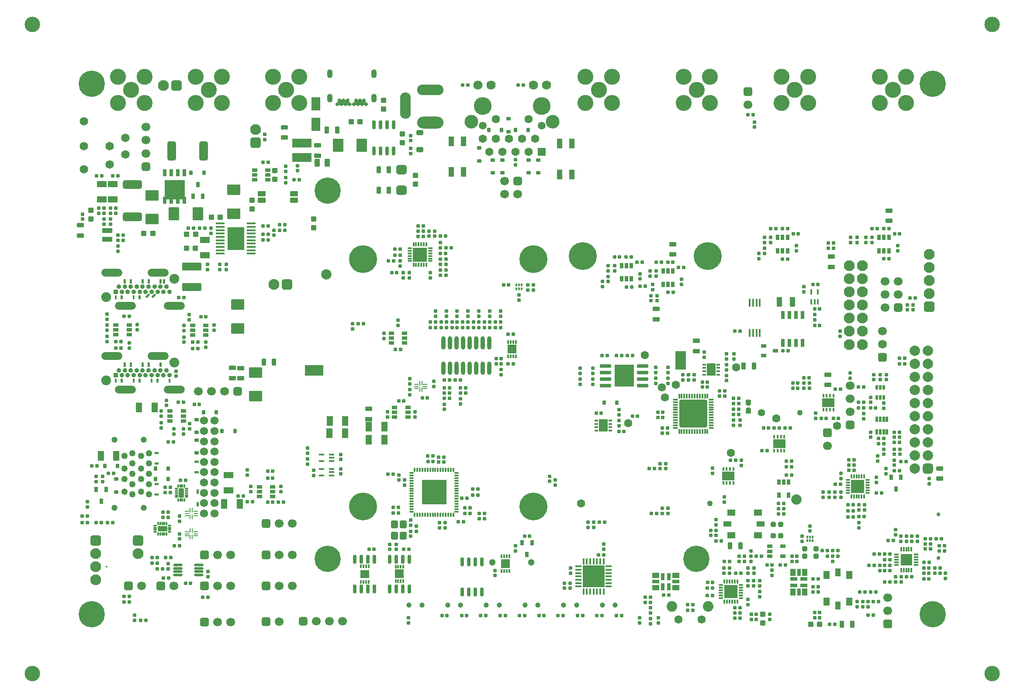
<source format=gbs>
G04*
G04 #@! TF.GenerationSoftware,Altium Limited,Altium Designer,19.1.6 (110)*
G04*
G04 Layer_Color=16711935*
%FSLAX44Y44*%
%MOMM*%
G71*
G01*
G75*
%ADD38C,1.6000*%
G04:AMPARAMS|DCode=114|XSize=0.7mm|YSize=0.7mm|CornerRadius=0.11mm|HoleSize=0mm|Usage=FLASHONLY|Rotation=180.000|XOffset=0mm|YOffset=0mm|HoleType=Round|Shape=RoundedRectangle|*
%AMROUNDEDRECTD114*
21,1,0.7000,0.4800,0,0,180.0*
21,1,0.4800,0.7000,0,0,180.0*
1,1,0.2200,-0.2400,0.2400*
1,1,0.2200,0.2400,0.2400*
1,1,0.2200,0.2400,-0.2400*
1,1,0.2200,-0.2400,-0.2400*
%
%ADD114ROUNDEDRECTD114*%
G04:AMPARAMS|DCode=118|XSize=0.6mm|YSize=0.7mm|CornerRadius=0.1mm|HoleSize=0mm|Usage=FLASHONLY|Rotation=270.000|XOffset=0mm|YOffset=0mm|HoleType=Round|Shape=RoundedRectangle|*
%AMROUNDEDRECTD118*
21,1,0.6000,0.5000,0,0,270.0*
21,1,0.4000,0.7000,0,0,270.0*
1,1,0.2000,-0.2500,-0.2000*
1,1,0.2000,-0.2500,0.2000*
1,1,0.2000,0.2500,0.2000*
1,1,0.2000,0.2500,-0.2000*
%
%ADD118ROUNDEDRECTD118*%
%ADD119R,0.4000X0.4100*%
G04:AMPARAMS|DCode=120|XSize=0.6mm|YSize=0.7mm|CornerRadius=0.1mm|HoleSize=0mm|Usage=FLASHONLY|Rotation=0.000|XOffset=0mm|YOffset=0mm|HoleType=Round|Shape=RoundedRectangle|*
%AMROUNDEDRECTD120*
21,1,0.6000,0.5000,0,0,0.0*
21,1,0.4000,0.7000,0,0,0.0*
1,1,0.2000,0.2000,-0.2500*
1,1,0.2000,-0.2000,-0.2500*
1,1,0.2000,-0.2000,0.2500*
1,1,0.2000,0.2000,0.2500*
%
%ADD120ROUNDEDRECTD120*%
G04:AMPARAMS|DCode=121|XSize=0.7mm|YSize=0.7mm|CornerRadius=0.11mm|HoleSize=0mm|Usage=FLASHONLY|Rotation=90.000|XOffset=0mm|YOffset=0mm|HoleType=Round|Shape=RoundedRectangle|*
%AMROUNDEDRECTD121*
21,1,0.7000,0.4800,0,0,90.0*
21,1,0.4800,0.7000,0,0,90.0*
1,1,0.2200,0.2400,0.2400*
1,1,0.2200,0.2400,-0.2400*
1,1,0.2200,-0.2400,-0.2400*
1,1,0.2200,-0.2400,0.2400*
%
%ADD121ROUNDEDRECTD121*%
G04:AMPARAMS|DCode=122|XSize=1.1mm|YSize=1mm|CornerRadius=0.1625mm|HoleSize=0mm|Usage=FLASHONLY|Rotation=270.000|XOffset=0mm|YOffset=0mm|HoleType=Round|Shape=RoundedRectangle|*
%AMROUNDEDRECTD122*
21,1,1.1000,0.6750,0,0,270.0*
21,1,0.7750,1.0000,0,0,270.0*
1,1,0.3250,-0.3375,-0.3875*
1,1,0.3250,-0.3375,0.3875*
1,1,0.3250,0.3375,0.3875*
1,1,0.3250,0.3375,-0.3875*
%
%ADD122ROUNDEDRECTD122*%
%ADD123C,1.7000*%
G04:AMPARAMS|DCode=129|XSize=1.1mm|YSize=1mm|CornerRadius=0.1625mm|HoleSize=0mm|Usage=FLASHONLY|Rotation=180.000|XOffset=0mm|YOffset=0mm|HoleType=Round|Shape=RoundedRectangle|*
%AMROUNDEDRECTD129*
21,1,1.1000,0.6750,0,0,180.0*
21,1,0.7750,1.0000,0,0,180.0*
1,1,0.3250,-0.3875,0.3375*
1,1,0.3250,0.3875,0.3375*
1,1,0.3250,0.3875,-0.3375*
1,1,0.3250,-0.3875,-0.3375*
%
%ADD129ROUNDEDRECTD129*%
%ADD139C,3.0000*%
%ADD159R,3.8000X1.7000*%
G04:AMPARAMS|DCode=162|XSize=1.9mm|YSize=1.25mm|CornerRadius=0.1938mm|HoleSize=0mm|Usage=FLASHONLY|Rotation=180.000|XOffset=0mm|YOffset=0mm|HoleType=Round|Shape=RoundedRectangle|*
%AMROUNDEDRECTD162*
21,1,1.9000,0.8625,0,0,180.0*
21,1,1.5125,1.2500,0,0,180.0*
1,1,0.3875,-0.7563,0.4313*
1,1,0.3875,0.7563,0.4313*
1,1,0.3875,0.7563,-0.4313*
1,1,0.3875,-0.7563,-0.4313*
%
%ADD162ROUNDEDRECTD162*%
%ADD165R,0.4100X0.4000*%
G04:AMPARAMS|DCode=185|XSize=2.6mm|YSize=2.1mm|CornerRadius=0.3mm|HoleSize=0mm|Usage=FLASHONLY|Rotation=90.000|XOffset=0mm|YOffset=0mm|HoleType=Round|Shape=RoundedRectangle|*
%AMROUNDEDRECTD185*
21,1,2.6000,1.5000,0,0,90.0*
21,1,2.0000,2.1000,0,0,90.0*
1,1,0.6000,0.7500,1.0000*
1,1,0.6000,0.7500,-1.0000*
1,1,0.6000,-0.7500,-1.0000*
1,1,0.6000,-0.7500,1.0000*
%
%ADD185ROUNDEDRECTD185*%
%ADD186C,2.0000*%
%ADD187R,3.6000X2.0000*%
G04:AMPARAMS|DCode=188|XSize=0.7mm|YSize=0.8mm|CornerRadius=0.125mm|HoleSize=0mm|Usage=FLASHONLY|Rotation=270.000|XOffset=0mm|YOffset=0mm|HoleType=Round|Shape=RoundedRectangle|*
%AMROUNDEDRECTD188*
21,1,0.7000,0.5500,0,0,270.0*
21,1,0.4500,0.8000,0,0,270.0*
1,1,0.2500,-0.2750,-0.2250*
1,1,0.2500,-0.2750,0.2250*
1,1,0.2500,0.2750,0.2250*
1,1,0.2500,0.2750,-0.2250*
%
%ADD188ROUNDEDRECTD188*%
G04:AMPARAMS|DCode=193|XSize=1.5mm|YSize=1.1mm|CornerRadius=0.175mm|HoleSize=0mm|Usage=FLASHONLY|Rotation=90.000|XOffset=0mm|YOffset=0mm|HoleType=Round|Shape=RoundedRectangle|*
%AMROUNDEDRECTD193*
21,1,1.5000,0.7500,0,0,90.0*
21,1,1.1500,1.1000,0,0,90.0*
1,1,0.3500,0.3750,0.5750*
1,1,0.3500,0.3750,-0.5750*
1,1,0.3500,-0.3750,-0.5750*
1,1,0.3500,-0.3750,0.5750*
%
%ADD193ROUNDEDRECTD193*%
%ADD195C,1.2500*%
%ADD196C,1.5780*%
G04:AMPARAMS|DCode=197|XSize=1.624mm|YSize=1.624mm|CornerRadius=0.2405mm|HoleSize=0mm|Usage=FLASHONLY|Rotation=180.000|XOffset=0mm|YOffset=0mm|HoleType=Round|Shape=RoundedRectangle|*
%AMROUNDEDRECTD197*
21,1,1.6240,1.1430,0,0,180.0*
21,1,1.1430,1.6240,0,0,180.0*
1,1,0.4810,-0.5715,0.5715*
1,1,0.4810,0.5715,0.5715*
1,1,0.4810,0.5715,-0.5715*
1,1,0.4810,-0.5715,-0.5715*
%
%ADD197ROUNDEDRECTD197*%
%ADD198C,1.4000*%
%ADD199C,1.1000*%
G04:AMPARAMS|DCode=200|XSize=1.7mm|YSize=1.7mm|CornerRadius=0.45mm|HoleSize=0mm|Usage=FLASHONLY|Rotation=0.000|XOffset=0mm|YOffset=0mm|HoleType=Round|Shape=RoundedRectangle|*
%AMROUNDEDRECTD200*
21,1,1.7000,0.8000,0,0,0.0*
21,1,0.8000,1.7000,0,0,0.0*
1,1,0.9000,0.4000,-0.4000*
1,1,0.9000,-0.4000,-0.4000*
1,1,0.9000,-0.4000,0.4000*
1,1,0.9000,0.4000,0.4000*
%
%ADD200ROUNDEDRECTD200*%
%ADD201C,1.1886*%
%ADD202C,2.1000*%
%ADD203C,5.4000*%
G04:AMPARAMS|DCode=204|XSize=1.624mm|YSize=1.624mm|CornerRadius=0.2405mm|HoleSize=0mm|Usage=FLASHONLY|Rotation=90.000|XOffset=0mm|YOffset=0mm|HoleType=Round|Shape=RoundedRectangle|*
%AMROUNDEDRECTD204*
21,1,1.6240,1.1430,0,0,90.0*
21,1,1.1430,1.6240,0,0,90.0*
1,1,0.4810,0.5715,0.5715*
1,1,0.4810,0.5715,-0.5715*
1,1,0.4810,-0.5715,-0.5715*
1,1,0.4810,-0.5715,0.5715*
%
%ADD204ROUNDEDRECTD204*%
%ADD205C,1.7800*%
%ADD206C,1.6080*%
%ADD207C,1.5080*%
%ADD208R,1.6080X1.6080*%
%ADD209C,2.6500*%
%ADD210C,3.4500*%
%ADD211C,1.6500*%
%ADD212O,2.1000X5.1000*%
%ADD213O,5.1000X2.3000*%
%ADD214O,5.1000X2.1000*%
%ADD215C,0.7500*%
%ADD216C,1.3000*%
%ADD217C,5.1000*%
%ADD218O,1.1000X1.7000*%
%ADD219C,0.7300*%
%ADD220C,2.0500*%
G04:AMPARAMS|DCode=221|XSize=2.1mm|YSize=2.1mm|CornerRadius=0.55mm|HoleSize=0mm|Usage=FLASHONLY|Rotation=90.000|XOffset=0mm|YOffset=0mm|HoleType=Round|Shape=RoundedRectangle|*
%AMROUNDEDRECTD221*
21,1,2.1000,1.0000,0,0,90.0*
21,1,1.0000,2.1000,0,0,90.0*
1,1,1.1000,0.5000,0.5000*
1,1,1.1000,0.5000,-0.5000*
1,1,1.1000,-0.5000,-0.5000*
1,1,1.1000,-0.5000,0.5000*
%
%ADD221ROUNDEDRECTD221*%
G04:AMPARAMS|DCode=222|XSize=1.7mm|YSize=1.7mm|CornerRadius=0.45mm|HoleSize=0mm|Usage=FLASHONLY|Rotation=90.000|XOffset=0mm|YOffset=0mm|HoleType=Round|Shape=RoundedRectangle|*
%AMROUNDEDRECTD222*
21,1,1.7000,0.8000,0,0,90.0*
21,1,0.8000,1.7000,0,0,90.0*
1,1,0.9000,0.4000,0.4000*
1,1,0.9000,0.4000,-0.4000*
1,1,0.9000,-0.4000,-0.4000*
1,1,0.9000,-0.4000,0.4000*
%
%ADD222ROUNDEDRECTD222*%
%ADD223O,4.1000X1.5000*%
%ADD224C,0.9000*%
%ADD225R,0.9000X0.9000*%
%ADD226C,1.9000*%
%ADD227C,3.1000*%
%ADD228C,0.3500*%
G04:AMPARAMS|DCode=229|XSize=2mm|YSize=2mm|CornerRadius=0.525mm|HoleSize=0mm|Usage=FLASHONLY|Rotation=90.000|XOffset=0mm|YOffset=0mm|HoleType=Round|Shape=RoundedRectangle|*
%AMROUNDEDRECTD229*
21,1,2.0000,0.9500,0,0,90.0*
21,1,0.9500,2.0000,0,0,90.0*
1,1,1.0500,0.4750,0.4750*
1,1,1.0500,0.4750,-0.4750*
1,1,1.0500,-0.4750,-0.4750*
1,1,1.0500,-0.4750,0.4750*
%
%ADD229ROUNDEDRECTD229*%
%ADD230C,1.0000*%
G04:AMPARAMS|DCode=231|XSize=2.1mm|YSize=2.1mm|CornerRadius=0.55mm|HoleSize=0mm|Usage=FLASHONLY|Rotation=180.000|XOffset=0mm|YOffset=0mm|HoleType=Round|Shape=RoundedRectangle|*
%AMROUNDEDRECTD231*
21,1,2.1000,1.0000,0,0,180.0*
21,1,1.0000,2.1000,0,0,180.0*
1,1,1.1000,-0.5000,0.5000*
1,1,1.1000,0.5000,0.5000*
1,1,1.1000,0.5000,-0.5000*
1,1,1.1000,-0.5000,-0.5000*
%
%ADD231ROUNDEDRECTD231*%
%ADD326R,1.7000X1.7000*%
G04:AMPARAMS|DCode=370|XSize=0.7mm|YSize=0.6mm|CornerRadius=0.1mm|HoleSize=0mm|Usage=FLASHONLY|Rotation=90.000|XOffset=0mm|YOffset=0mm|HoleType=Round|Shape=RoundedRectangle|*
%AMROUNDEDRECTD370*
21,1,0.7000,0.4000,0,0,90.0*
21,1,0.5000,0.6000,0,0,90.0*
1,1,0.2000,0.2000,0.2500*
1,1,0.2000,0.2000,-0.2500*
1,1,0.2000,-0.2000,-0.2500*
1,1,0.2000,-0.2000,0.2500*
%
%ADD370ROUNDEDRECTD370*%
G04:AMPARAMS|DCode=371|XSize=0.65mm|YSize=2.2mm|CornerRadius=0.1875mm|HoleSize=0mm|Usage=FLASHONLY|Rotation=90.000|XOffset=0mm|YOffset=0mm|HoleType=Round|Shape=RoundedRectangle|*
%AMROUNDEDRECTD371*
21,1,0.6500,1.8250,0,0,90.0*
21,1,0.2750,2.2000,0,0,90.0*
1,1,0.3750,0.9125,0.1375*
1,1,0.3750,0.9125,-0.1375*
1,1,0.3750,-0.9125,-0.1375*
1,1,0.3750,-0.9125,0.1375*
%
%ADD371ROUNDEDRECTD371*%
%ADD372R,3.7000X4.3000*%
G04:AMPARAMS|DCode=373|XSize=0.7mm|YSize=0.8mm|CornerRadius=0.125mm|HoleSize=0mm|Usage=FLASHONLY|Rotation=0.000|XOffset=0mm|YOffset=0mm|HoleType=Round|Shape=RoundedRectangle|*
%AMROUNDEDRECTD373*
21,1,0.7000,0.5500,0,0,0.0*
21,1,0.4500,0.8000,0,0,0.0*
1,1,0.2500,0.2250,-0.2750*
1,1,0.2500,-0.2250,-0.2750*
1,1,0.2500,-0.2250,0.2750*
1,1,0.2500,0.2250,0.2750*
%
%ADD373ROUNDEDRECTD373*%
G04:AMPARAMS|DCode=374|XSize=1mm|YSize=1mm|CornerRadius=0.1625mm|HoleSize=0mm|Usage=FLASHONLY|Rotation=270.000|XOffset=0mm|YOffset=0mm|HoleType=Round|Shape=RoundedRectangle|*
%AMROUNDEDRECTD374*
21,1,1.0000,0.6750,0,0,270.0*
21,1,0.6750,1.0000,0,0,270.0*
1,1,0.3250,-0.3375,-0.3375*
1,1,0.3250,-0.3375,0.3375*
1,1,0.3250,0.3375,0.3375*
1,1,0.3250,0.3375,-0.3375*
%
%ADD374ROUNDEDRECTD374*%
G04:AMPARAMS|DCode=375|XSize=0.7mm|YSize=1.1mm|CornerRadius=0.125mm|HoleSize=0mm|Usage=FLASHONLY|Rotation=0.000|XOffset=0mm|YOffset=0mm|HoleType=Round|Shape=RoundedRectangle|*
%AMROUNDEDRECTD375*
21,1,0.7000,0.8500,0,0,0.0*
21,1,0.4500,1.1000,0,0,0.0*
1,1,0.2500,0.2250,-0.4250*
1,1,0.2500,-0.2250,-0.4250*
1,1,0.2500,-0.2250,0.4250*
1,1,0.2500,0.2250,0.4250*
%
%ADD375ROUNDEDRECTD375*%
G04:AMPARAMS|DCode=376|XSize=5.4mm|YSize=5.4mm|CornerRadius=0.315mm|HoleSize=0mm|Usage=FLASHONLY|Rotation=270.000|XOffset=0mm|YOffset=0mm|HoleType=Round|Shape=RoundedRectangle|*
%AMROUNDEDRECTD376*
21,1,5.4000,4.7700,0,0,270.0*
21,1,4.7700,5.4000,0,0,270.0*
1,1,0.6300,-2.3850,-2.3850*
1,1,0.6300,-2.3850,2.3850*
1,1,0.6300,2.3850,2.3850*
1,1,0.6300,2.3850,-2.3850*
%
%ADD376ROUNDEDRECTD376*%
G04:AMPARAMS|DCode=377|XSize=0.95mm|YSize=0.35mm|CornerRadius=0.1125mm|HoleSize=0mm|Usage=FLASHONLY|Rotation=270.000|XOffset=0mm|YOffset=0mm|HoleType=Round|Shape=RoundedRectangle|*
%AMROUNDEDRECTD377*
21,1,0.9500,0.1250,0,0,270.0*
21,1,0.7250,0.3500,0,0,270.0*
1,1,0.2250,-0.0625,-0.3625*
1,1,0.2250,-0.0625,0.3625*
1,1,0.2250,0.0625,0.3625*
1,1,0.2250,0.0625,-0.3625*
%
%ADD377ROUNDEDRECTD377*%
G04:AMPARAMS|DCode=378|XSize=0.95mm|YSize=0.35mm|CornerRadius=0.1125mm|HoleSize=0mm|Usage=FLASHONLY|Rotation=0.000|XOffset=0mm|YOffset=0mm|HoleType=Round|Shape=RoundedRectangle|*
%AMROUNDEDRECTD378*
21,1,0.9500,0.1250,0,0,0.0*
21,1,0.7250,0.3500,0,0,0.0*
1,1,0.2250,0.3625,-0.0625*
1,1,0.2250,-0.3625,-0.0625*
1,1,0.2250,-0.3625,0.0625*
1,1,0.2250,0.3625,0.0625*
%
%ADD378ROUNDEDRECTD378*%
%ADD379R,1.7000X2.4500*%
%ADD380R,0.8000X0.4000*%
G04:AMPARAMS|DCode=381|XSize=1.4mm|YSize=0.9mm|CornerRadius=0.15mm|HoleSize=0mm|Usage=FLASHONLY|Rotation=180.000|XOffset=0mm|YOffset=0mm|HoleType=Round|Shape=RoundedRectangle|*
%AMROUNDEDRECTD381*
21,1,1.4000,0.6000,0,0,180.0*
21,1,1.1000,0.9000,0,0,180.0*
1,1,0.3000,-0.5500,0.3000*
1,1,0.3000,0.5500,0.3000*
1,1,0.3000,0.5500,-0.3000*
1,1,0.3000,-0.5500,-0.3000*
%
%ADD381ROUNDEDRECTD381*%
G04:AMPARAMS|DCode=382|XSize=1.4mm|YSize=0.9mm|CornerRadius=0.15mm|HoleSize=0mm|Usage=FLASHONLY|Rotation=90.000|XOffset=0mm|YOffset=0mm|HoleType=Round|Shape=RoundedRectangle|*
%AMROUNDEDRECTD382*
21,1,1.4000,0.6000,0,0,90.0*
21,1,1.1000,0.9000,0,0,90.0*
1,1,0.3000,0.3000,0.5500*
1,1,0.3000,0.3000,-0.5500*
1,1,0.3000,-0.3000,-0.5500*
1,1,0.3000,-0.3000,0.5500*
%
%ADD382ROUNDEDRECTD382*%
%ADD383R,2.4500X1.7000*%
%ADD384R,0.4000X0.8000*%
%ADD385R,4.3000X4.3000*%
G04:AMPARAMS|DCode=386|XSize=0.4mm|YSize=1.25mm|CornerRadius=0.125mm|HoleSize=0mm|Usage=FLASHONLY|Rotation=0.000|XOffset=0mm|YOffset=0mm|HoleType=Round|Shape=RoundedRectangle|*
%AMROUNDEDRECTD386*
21,1,0.4000,1.0000,0,0,0.0*
21,1,0.1500,1.2500,0,0,0.0*
1,1,0.2500,0.0750,-0.5000*
1,1,0.2500,-0.0750,-0.5000*
1,1,0.2500,-0.0750,0.5000*
1,1,0.2500,0.0750,0.5000*
%
%ADD386ROUNDEDRECTD386*%
G04:AMPARAMS|DCode=387|XSize=0.4mm|YSize=1.25mm|CornerRadius=0.125mm|HoleSize=0mm|Usage=FLASHONLY|Rotation=270.000|XOffset=0mm|YOffset=0mm|HoleType=Round|Shape=RoundedRectangle|*
%AMROUNDEDRECTD387*
21,1,0.4000,1.0000,0,0,270.0*
21,1,0.1500,1.2500,0,0,270.0*
1,1,0.2500,-0.5000,-0.0750*
1,1,0.2500,-0.5000,0.0750*
1,1,0.2500,0.5000,0.0750*
1,1,0.2500,0.5000,-0.0750*
%
%ADD387ROUNDEDRECTD387*%
%ADD388R,1.4500X1.1000*%
%ADD389R,0.8000X1.4500*%
%ADD390R,1.4500X0.8000*%
%ADD391R,2.6000X2.6000*%
%ADD392O,0.3500X1.0000*%
%ADD393O,1.0000X0.3500*%
%ADD394R,1.5000X1.0000*%
%ADD395R,1.6000X1.3000*%
%ADD396R,0.3500X0.6250*%
%ADD397R,0.8300X0.2600*%
%ADD398R,0.2600X0.8700*%
%ADD399R,0.2600X0.9700*%
G04:AMPARAMS|DCode=400|XSize=0.67mm|YSize=0.27mm|CornerRadius=0.11mm|HoleSize=0mm|Usage=FLASHONLY|Rotation=90.000|XOffset=0mm|YOffset=0mm|HoleType=Round|Shape=RoundedRectangle|*
%AMROUNDEDRECTD400*
21,1,0.6700,0.0500,0,0,90.0*
21,1,0.4500,0.2700,0,0,90.0*
1,1,0.2200,0.0250,0.2250*
1,1,0.2200,0.0250,-0.2250*
1,1,0.2200,-0.0250,-0.2250*
1,1,0.2200,-0.0250,0.2250*
%
%ADD400ROUNDEDRECTD400*%
G04:AMPARAMS|DCode=401|XSize=0.67mm|YSize=0.27mm|CornerRadius=0.085mm|HoleSize=0mm|Usage=FLASHONLY|Rotation=180.000|XOffset=0mm|YOffset=0mm|HoleType=Round|Shape=RoundedRectangle|*
%AMROUNDEDRECTD401*
21,1,0.6700,0.1000,0,0,180.0*
21,1,0.5000,0.2700,0,0,180.0*
1,1,0.1700,-0.2500,0.0500*
1,1,0.1700,0.2500,0.0500*
1,1,0.1700,0.2500,-0.0500*
1,1,0.1700,-0.2500,-0.0500*
%
%ADD401ROUNDEDRECTD401*%
G04:AMPARAMS|DCode=402|XSize=0.67mm|YSize=0.27mm|CornerRadius=0.11mm|HoleSize=0mm|Usage=FLASHONLY|Rotation=180.000|XOffset=0mm|YOffset=0mm|HoleType=Round|Shape=RoundedRectangle|*
%AMROUNDEDRECTD402*
21,1,0.6700,0.0500,0,0,180.0*
21,1,0.4500,0.2700,0,0,180.0*
1,1,0.2200,-0.2250,0.0250*
1,1,0.2200,0.2250,0.0250*
1,1,0.2200,0.2250,-0.0250*
1,1,0.2200,-0.2250,-0.0250*
%
%ADD402ROUNDEDRECTD402*%
G04:AMPARAMS|DCode=403|XSize=0.27mm|YSize=0.67mm|CornerRadius=0.11mm|HoleSize=0mm|Usage=FLASHONLY|Rotation=180.000|XOffset=0mm|YOffset=0mm|HoleType=Round|Shape=RoundedRectangle|*
%AMROUNDEDRECTD403*
21,1,0.2700,0.4500,0,0,180.0*
21,1,0.0500,0.6700,0,0,180.0*
1,1,0.2200,-0.0250,0.2250*
1,1,0.2200,0.0250,0.2250*
1,1,0.2200,0.0250,-0.2250*
1,1,0.2200,-0.0250,-0.2250*
%
%ADD403ROUNDEDRECTD403*%
G04:AMPARAMS|DCode=404|XSize=1.07mm|YSize=1.87mm|CornerRadius=0.285mm|HoleSize=0mm|Usage=FLASHONLY|Rotation=180.000|XOffset=0mm|YOffset=0mm|HoleType=Round|Shape=RoundedRectangle|*
%AMROUNDEDRECTD404*
21,1,1.0700,1.3000,0,0,180.0*
21,1,0.5000,1.8700,0,0,180.0*
1,1,0.5700,-0.2500,0.6500*
1,1,0.5700,0.2500,0.6500*
1,1,0.5700,0.2500,-0.6500*
1,1,0.5700,-0.2500,-0.6500*
%
%ADD404ROUNDEDRECTD404*%
G04:AMPARAMS|DCode=405|XSize=0.27mm|YSize=0.67mm|CornerRadius=0.11mm|HoleSize=0mm|Usage=FLASHONLY|Rotation=90.000|XOffset=0mm|YOffset=0mm|HoleType=Round|Shape=RoundedRectangle|*
%AMROUNDEDRECTD405*
21,1,0.2700,0.4500,0,0,90.0*
21,1,0.0500,0.6700,0,0,90.0*
1,1,0.2200,0.2250,0.0250*
1,1,0.2200,0.2250,-0.0250*
1,1,0.2200,-0.2250,-0.0250*
1,1,0.2200,-0.2250,0.0250*
%
%ADD405ROUNDEDRECTD405*%
G04:AMPARAMS|DCode=406|XSize=1.07mm|YSize=1.87mm|CornerRadius=0.285mm|HoleSize=0mm|Usage=FLASHONLY|Rotation=90.000|XOffset=0mm|YOffset=0mm|HoleType=Round|Shape=RoundedRectangle|*
%AMROUNDEDRECTD406*
21,1,1.0700,1.3000,0,0,90.0*
21,1,0.5000,1.8700,0,0,90.0*
1,1,0.5700,0.6500,0.2500*
1,1,0.5700,0.6500,-0.2500*
1,1,0.5700,-0.6500,-0.2500*
1,1,0.5700,-0.6500,0.2500*
%
%ADD406ROUNDEDRECTD406*%
G04:AMPARAMS|DCode=407|XSize=0.67mm|YSize=0.27mm|CornerRadius=0.085mm|HoleSize=0mm|Usage=FLASHONLY|Rotation=90.000|XOffset=0mm|YOffset=0mm|HoleType=Round|Shape=RoundedRectangle|*
%AMROUNDEDRECTD407*
21,1,0.6700,0.1000,0,0,90.0*
21,1,0.5000,0.2700,0,0,90.0*
1,1,0.1700,0.0500,0.2500*
1,1,0.1700,0.0500,-0.2500*
1,1,0.1700,-0.0500,-0.2500*
1,1,0.1700,-0.0500,0.2500*
%
%ADD407ROUNDEDRECTD407*%
%ADD408R,0.8100X0.2800*%
%ADD409R,0.2800X0.8700*%
%ADD410R,0.2800X0.9700*%
G04:AMPARAMS|DCode=411|XSize=0.41mm|YSize=0.4mm|CornerRadius=0mm|HoleSize=0mm|Usage=FLASHONLY|Rotation=225.000|XOffset=0mm|YOffset=0mm|HoleType=Round|Shape=Rectangle|*
%AMROTATEDRECTD411*
4,1,4,0.0035,0.2864,0.2864,0.0035,-0.0035,-0.2864,-0.2864,-0.0035,0.0035,0.2864,0.0*
%
%ADD411ROTATEDRECTD411*%

G04:AMPARAMS|DCode=412|XSize=1.8mm|YSize=0.55mm|CornerRadius=0.1625mm|HoleSize=0mm|Usage=FLASHONLY|Rotation=180.000|XOffset=0mm|YOffset=0mm|HoleType=Round|Shape=RoundedRectangle|*
%AMROUNDEDRECTD412*
21,1,1.8000,0.2250,0,0,180.0*
21,1,1.4750,0.5500,0,0,180.0*
1,1,0.3250,-0.7375,0.1125*
1,1,0.3250,0.7375,0.1125*
1,1,0.3250,0.7375,-0.1125*
1,1,0.3250,-0.7375,-0.1125*
%
%ADD412ROUNDEDRECTD412*%
G04:AMPARAMS|DCode=413|XSize=1.9mm|YSize=1.25mm|CornerRadius=0.1938mm|HoleSize=0mm|Usage=FLASHONLY|Rotation=270.000|XOffset=0mm|YOffset=0mm|HoleType=Round|Shape=RoundedRectangle|*
%AMROUNDEDRECTD413*
21,1,1.9000,0.8625,0,0,270.0*
21,1,1.5125,1.2500,0,0,270.0*
1,1,0.3875,-0.4313,-0.7563*
1,1,0.3875,-0.4313,0.7563*
1,1,0.3875,0.4313,0.7563*
1,1,0.3875,0.4313,-0.7563*
%
%ADD413ROUNDEDRECTD413*%
%ADD414R,0.4500X1.6000*%
G04:AMPARAMS|DCode=415|XSize=2.6mm|YSize=2.1mm|CornerRadius=0.3mm|HoleSize=0mm|Usage=FLASHONLY|Rotation=180.000|XOffset=0mm|YOffset=0mm|HoleType=Round|Shape=RoundedRectangle|*
%AMROUNDEDRECTD415*
21,1,2.6000,1.5000,0,0,180.0*
21,1,2.0000,2.1000,0,0,180.0*
1,1,0.6000,-1.0000,0.7500*
1,1,0.6000,1.0000,0.7500*
1,1,0.6000,1.0000,-0.7500*
1,1,0.6000,-1.0000,-0.7500*
%
%ADD415ROUNDEDRECTD415*%
G04:AMPARAMS|DCode=416|XSize=0.7mm|YSize=1.1mm|CornerRadius=0.125mm|HoleSize=0mm|Usage=FLASHONLY|Rotation=90.000|XOffset=0mm|YOffset=0mm|HoleType=Round|Shape=RoundedRectangle|*
%AMROUNDEDRECTD416*
21,1,0.7000,0.8500,0,0,90.0*
21,1,0.4500,1.1000,0,0,90.0*
1,1,0.2500,0.4250,0.2250*
1,1,0.2500,0.4250,-0.2250*
1,1,0.2500,-0.4250,-0.2250*
1,1,0.2500,-0.4250,0.2250*
%
%ADD416ROUNDEDRECTD416*%
G04:AMPARAMS|DCode=417|XSize=1.5mm|YSize=1.3mm|CornerRadius=0.2mm|HoleSize=0mm|Usage=FLASHONLY|Rotation=270.000|XOffset=0mm|YOffset=0mm|HoleType=Round|Shape=RoundedRectangle|*
%AMROUNDEDRECTD417*
21,1,1.5000,0.9000,0,0,270.0*
21,1,1.1000,1.3000,0,0,270.0*
1,1,0.4000,-0.4500,-0.5500*
1,1,0.4000,-0.4500,0.5500*
1,1,0.4000,0.4500,0.5500*
1,1,0.4000,0.4500,-0.5500*
%
%ADD417ROUNDEDRECTD417*%
%ADD418O,0.7000X1.8000*%
%ADD419R,1.8000X1.8000*%
%ADD420R,0.3900X0.7400*%
G04:AMPARAMS|DCode=421|XSize=0.4mm|YSize=0.8mm|CornerRadius=0.125mm|HoleSize=0mm|Usage=FLASHONLY|Rotation=270.000|XOffset=0mm|YOffset=0mm|HoleType=Round|Shape=RoundedRectangle|*
%AMROUNDEDRECTD421*
21,1,0.4000,0.5500,0,0,270.0*
21,1,0.1500,0.8000,0,0,270.0*
1,1,0.2500,-0.2750,-0.0750*
1,1,0.2500,-0.2750,0.0750*
1,1,0.2500,0.2750,0.0750*
1,1,0.2500,0.2750,-0.0750*
%
%ADD421ROUNDEDRECTD421*%
G04:AMPARAMS|DCode=422|XSize=0.4mm|YSize=0.8mm|CornerRadius=0.125mm|HoleSize=0mm|Usage=FLASHONLY|Rotation=0.000|XOffset=0mm|YOffset=0mm|HoleType=Round|Shape=RoundedRectangle|*
%AMROUNDEDRECTD422*
21,1,0.4000,0.5500,0,0,0.0*
21,1,0.1500,0.8000,0,0,0.0*
1,1,0.2500,0.0750,-0.2750*
1,1,0.2500,-0.0750,-0.2750*
1,1,0.2500,-0.0750,0.2750*
1,1,0.2500,0.0750,0.2750*
%
%ADD422ROUNDEDRECTD422*%
%ADD423R,4.8000X4.8000*%
%ADD424R,0.4000X0.8000*%
%ADD425R,1.7000X1.5000*%
G04:AMPARAMS|DCode=426|XSize=1.7mm|YSize=3.75mm|CornerRadius=0.45mm|HoleSize=0mm|Usage=FLASHONLY|Rotation=90.000|XOffset=0mm|YOffset=0mm|HoleType=Round|Shape=RoundedRectangle|*
%AMROUNDEDRECTD426*
21,1,1.7000,2.8500,0,0,90.0*
21,1,0.8000,3.7500,0,0,90.0*
1,1,0.9000,1.4250,0.4000*
1,1,0.9000,1.4250,-0.4000*
1,1,0.9000,-1.4250,-0.4000*
1,1,0.9000,-1.4250,0.4000*
%
%ADD426ROUNDEDRECTD426*%
G04:AMPARAMS|DCode=427|XSize=1.1mm|YSize=1.6mm|CornerRadius=0.3mm|HoleSize=0mm|Usage=FLASHONLY|Rotation=90.000|XOffset=0mm|YOffset=0mm|HoleType=Round|Shape=RoundedRectangle|*
%AMROUNDEDRECTD427*
21,1,1.1000,1.0000,0,0,90.0*
21,1,0.5000,1.6000,0,0,90.0*
1,1,0.6000,0.5000,0.2500*
1,1,0.6000,0.5000,-0.2500*
1,1,0.6000,-0.5000,-0.2500*
1,1,0.6000,-0.5000,0.2500*
%
%ADD427ROUNDEDRECTD427*%
G04:AMPARAMS|DCode=428|XSize=3.7mm|YSize=1.6mm|CornerRadius=0.2375mm|HoleSize=0mm|Usage=FLASHONLY|Rotation=0.000|XOffset=0mm|YOffset=0mm|HoleType=Round|Shape=RoundedRectangle|*
%AMROUNDEDRECTD428*
21,1,3.7000,1.1250,0,0,0.0*
21,1,3.2250,1.6000,0,0,0.0*
1,1,0.4750,1.6125,-0.5625*
1,1,0.4750,-1.6125,-0.5625*
1,1,0.4750,-1.6125,0.5625*
1,1,0.4750,1.6125,0.5625*
%
%ADD428ROUNDEDRECTD428*%
G04:AMPARAMS|DCode=429|XSize=0.55mm|YSize=0.8mm|CornerRadius=0.1063mm|HoleSize=0mm|Usage=FLASHONLY|Rotation=180.000|XOffset=0mm|YOffset=0mm|HoleType=Round|Shape=RoundedRectangle|*
%AMROUNDEDRECTD429*
21,1,0.5500,0.5875,0,0,180.0*
21,1,0.3375,0.8000,0,0,180.0*
1,1,0.2125,-0.1688,0.2938*
1,1,0.2125,0.1688,0.2938*
1,1,0.2125,0.1688,-0.2938*
1,1,0.2125,-0.1688,-0.2938*
%
%ADD429ROUNDEDRECTD429*%
%ADD430R,0.5000X1.1000*%
%ADD431R,2.2000X2.2000*%
%ADD432R,0.9500X0.4000*%
%ADD433R,0.4000X0.9500*%
%ADD434R,0.5000X0.9500*%
G04:AMPARAMS|DCode=435|XSize=1.7mm|YSize=3.75mm|CornerRadius=0.45mm|HoleSize=0mm|Usage=FLASHONLY|Rotation=180.000|XOffset=0mm|YOffset=0mm|HoleType=Round|Shape=RoundedRectangle|*
%AMROUNDEDRECTD435*
21,1,1.7000,2.8500,0,0,180.0*
21,1,0.8000,3.7500,0,0,180.0*
1,1,0.9000,-0.4000,1.4250*
1,1,0.9000,0.4000,1.4250*
1,1,0.9000,0.4000,-1.4250*
1,1,0.9000,-0.4000,-1.4250*
%
%ADD435ROUNDEDRECTD435*%
%ADD436R,1.8000X2.6000*%
G04:AMPARAMS|DCode=437|XSize=1.8mm|YSize=2.1mm|CornerRadius=0.475mm|HoleSize=0mm|Usage=FLASHONLY|Rotation=90.000|XOffset=0mm|YOffset=0mm|HoleType=Round|Shape=RoundedRectangle|*
%AMROUNDEDRECTD437*
21,1,1.8000,1.1500,0,0,90.0*
21,1,0.8500,2.1000,0,0,90.0*
1,1,0.9500,0.5750,0.4250*
1,1,0.9500,0.5750,-0.4250*
1,1,0.9500,-0.5750,-0.4250*
1,1,0.9500,-0.5750,0.4250*
%
%ADD437ROUNDEDRECTD437*%
%ADD438R,1.3000X1.6000*%
%ADD439R,1.0000X1.5000*%
%ADD440R,1.1000X1.4500*%
G04:AMPARAMS|DCode=441|XSize=1mm|YSize=1mm|CornerRadius=0.1625mm|HoleSize=0mm|Usage=FLASHONLY|Rotation=0.000|XOffset=0mm|YOffset=0mm|HoleType=Round|Shape=RoundedRectangle|*
%AMROUNDEDRECTD441*
21,1,1.0000,0.6750,0,0,0.0*
21,1,0.6750,1.0000,0,0,0.0*
1,1,0.3250,0.3375,-0.3375*
1,1,0.3250,-0.3375,-0.3375*
1,1,0.3250,-0.3375,0.3375*
1,1,0.3250,0.3375,0.3375*
%
%ADD441ROUNDEDRECTD441*%
%ADD442R,0.3500X0.7250*%
%ADD443R,1.0000X1.9400*%
G04:AMPARAMS|DCode=444|XSize=1.32mm|YSize=1.01mm|CornerRadius=0.1638mm|HoleSize=0mm|Usage=FLASHONLY|Rotation=180.000|XOffset=0mm|YOffset=0mm|HoleType=Round|Shape=RoundedRectangle|*
%AMROUNDEDRECTD444*
21,1,1.3200,0.6825,0,0,180.0*
21,1,0.9925,1.0100,0,0,180.0*
1,1,0.3275,-0.4963,0.3413*
1,1,0.3275,0.4963,0.3413*
1,1,0.3275,0.4963,-0.3413*
1,1,0.3275,-0.4963,-0.3413*
%
%ADD444ROUNDEDRECTD444*%
%ADD445O,0.8000X2.6000*%
%ADD446R,3.2000X4.4000*%
%ADD447R,1.7000X0.4600*%
%ADD448R,0.7500X1.6250*%
%ADD449R,0.4600X1.1000*%
%ADD450R,2.0000X3.6000*%
%ADD451R,0.3550X0.6000*%
%ADD452R,0.7100X1.3700*%
%ADD453R,0.7100X0.8700*%
%ADD454R,4.0100X3.8500*%
G04:AMPARAMS|DCode=455|XSize=1.1mm|YSize=1.9mm|CornerRadius=0.3mm|HoleSize=0mm|Usage=FLASHONLY|Rotation=180.000|XOffset=0mm|YOffset=0mm|HoleType=Round|Shape=RoundedRectangle|*
%AMROUNDEDRECTD455*
21,1,1.1000,1.3000,0,0,180.0*
21,1,0.5000,1.9000,0,0,180.0*
1,1,0.6000,-0.2500,0.6500*
1,1,0.6000,0.2500,0.6500*
1,1,0.6000,0.2500,-0.6500*
1,1,0.6000,-0.2500,-0.6500*
%
%ADD455ROUNDEDRECTD455*%
G04:AMPARAMS|DCode=456|XSize=0.3393mm|YSize=0.8811mm|CornerRadius=0.1098mm|HoleSize=0mm|Usage=FLASHONLY|Rotation=180.000|XOffset=0mm|YOffset=0mm|HoleType=Round|Shape=RoundedRectangle|*
%AMROUNDEDRECTD456*
21,1,0.3393,0.6614,0,0,180.0*
21,1,0.1196,0.8811,0,0,180.0*
1,1,0.2196,-0.0598,0.3307*
1,1,0.2196,0.0598,0.3307*
1,1,0.2196,0.0598,-0.3307*
1,1,0.2196,-0.0598,-0.3307*
%
%ADD456ROUNDEDRECTD456*%
G04:AMPARAMS|DCode=457|XSize=0.8811mm|YSize=0.3393mm|CornerRadius=0.1098mm|HoleSize=0mm|Usage=FLASHONLY|Rotation=180.000|XOffset=0mm|YOffset=0mm|HoleType=Round|Shape=RoundedRectangle|*
%AMROUNDEDRECTD457*
21,1,0.8811,0.1196,0,0,180.0*
21,1,0.6614,0.3393,0,0,180.0*
1,1,0.2196,-0.3307,0.0598*
1,1,0.2196,0.3307,0.0598*
1,1,0.2196,0.3307,-0.0598*
1,1,0.2196,-0.3307,-0.0598*
%
%ADD457ROUNDEDRECTD457*%
%ADD458R,0.8811X0.3393*%
%ADD459R,2.8000X2.8000*%
%ADD460R,1.1000X0.4600*%
G36*
X568000Y1028250D02*
Y1026200D01*
X565550Y1023750D01*
X544950D01*
X543250Y1025450D01*
Y1024250D01*
X535250D01*
Y1025450D01*
X533550Y1023750D01*
X512950D01*
X510500Y1026200D01*
Y1028250D01*
X516000Y1033750D01*
X530500D01*
X536000Y1028250D01*
Y1026250D01*
X542500D01*
Y1028250D01*
X548000Y1033750D01*
X562500D01*
X568000Y1028250D01*
D02*
G37*
G36*
X75250Y775250D02*
X55750D01*
X55750Y784250D01*
X75250D01*
X75250Y775250D01*
D02*
G37*
G36*
X75250Y758250D02*
X55750D01*
Y767250D01*
X75250D01*
Y758250D01*
D02*
G37*
G36*
X177250Y677500D02*
X173250D01*
Y685500D01*
X177250D01*
Y677500D01*
D02*
G37*
G36*
X170701Y677468D02*
X166701D01*
Y685468D01*
X170701D01*
Y677468D01*
D02*
G37*
G36*
X147581D02*
X143581D01*
Y685468D01*
X147581D01*
Y677468D01*
D02*
G37*
G36*
X136021D02*
X132021D01*
Y685468D01*
X136021D01*
Y677468D01*
D02*
G37*
G36*
X112901D02*
X108901D01*
Y685468D01*
X112901D01*
Y677468D01*
D02*
G37*
G36*
X101341D02*
X97341D01*
Y685468D01*
X101341D01*
Y677468D01*
D02*
G37*
G36*
X159750Y654984D02*
X154093Y649327D01*
X151265Y652155D01*
X156922Y657812D01*
X159750Y654984D01*
D02*
G37*
G36*
X148190D02*
X142533Y649327D01*
X139705Y652155D01*
X145362Y657812D01*
X148190Y654984D01*
D02*
G37*
G36*
X130241Y646498D02*
X126241D01*
Y654499D01*
X130241D01*
Y646498D01*
D02*
G37*
G36*
X118681D02*
X114681D01*
Y654499D01*
X118681D01*
Y646498D01*
D02*
G37*
G36*
X95561Y646498D02*
X91561D01*
Y654499D01*
X95561D01*
Y646498D01*
D02*
G37*
G36*
X84001D02*
X80001D01*
Y654499D01*
X84001D01*
Y646498D01*
D02*
G37*
G36*
X170701Y515468D02*
X166701D01*
Y523468D01*
X170701D01*
Y515468D01*
D02*
G37*
G36*
X147581D02*
X143581D01*
Y523468D01*
X147581D01*
Y515468D01*
D02*
G37*
G36*
X136021D02*
X132021D01*
Y523468D01*
X136021D01*
Y515468D01*
D02*
G37*
G36*
X112901D02*
X108901D01*
Y523468D01*
X112901D01*
Y515468D01*
D02*
G37*
G36*
X101341D02*
X97341D01*
Y523468D01*
X101341D01*
Y515468D01*
D02*
G37*
G36*
X188041Y484499D02*
X184041D01*
Y492499D01*
X188041D01*
Y484499D01*
D02*
G37*
G36*
X164921D02*
X160921D01*
Y492499D01*
X164921D01*
Y484499D01*
D02*
G37*
G36*
X153361D02*
X149361D01*
Y492499D01*
X153361D01*
Y484499D01*
D02*
G37*
G36*
X130241D02*
X126241D01*
Y492499D01*
X130241D01*
Y484499D01*
D02*
G37*
G36*
X118681D02*
X114681D01*
Y492499D01*
X118681D01*
Y484499D01*
D02*
G37*
G36*
X95561D02*
X91561D01*
Y492499D01*
X95561D01*
Y484499D01*
D02*
G37*
G36*
X84001D02*
X80001D01*
Y492499D01*
X84001D01*
Y484499D01*
D02*
G37*
G36*
X165000Y346000D02*
X157000D01*
Y350000D01*
X165000D01*
Y346000D01*
D02*
G37*
G36*
X242500Y329000D02*
X234500D01*
Y333000D01*
X242500D01*
Y329000D01*
D02*
G37*
G36*
X165000Y326000D02*
X157000D01*
Y330000D01*
X165000D01*
Y326000D01*
D02*
G37*
G36*
X242500Y309000D02*
X234500D01*
Y313000D01*
X242500D01*
Y309000D01*
D02*
G37*
G36*
X165000Y286000D02*
X157000D01*
Y290000D01*
X165000D01*
Y286000D01*
D02*
G37*
G36*
X242750Y269250D02*
X238750D01*
Y277250D01*
X242750D01*
Y269250D01*
D02*
G37*
G36*
X165000Y266000D02*
X157000D01*
Y270000D01*
X165000D01*
Y266000D01*
D02*
G37*
G36*
X242750Y244750D02*
X238750D01*
Y252750D01*
X242750D01*
Y244750D01*
D02*
G37*
D38*
X1140250Y475750D02*
D03*
X1107000Y538250D02*
D03*
X1167250Y481000D02*
D03*
X1146500Y456500D02*
D03*
X1075500Y405750D02*
D03*
X1284500Y514250D02*
D03*
X1362039Y415250D02*
D03*
X1479750Y400750D02*
D03*
X1274000Y348750D02*
D03*
X983250Y250000D02*
D03*
X1172500Y25300D02*
D03*
X1217500D02*
D03*
D114*
X1133500Y28500D02*
D03*
Y18500D02*
D03*
X1415750Y660750D02*
D03*
Y670750D02*
D03*
X1097000Y28500D02*
D03*
Y18500D02*
D03*
X709750Y213000D02*
D03*
Y203000D02*
D03*
X720750Y213000D02*
D03*
Y203000D02*
D03*
X951500Y95750D02*
D03*
Y85750D02*
D03*
X1415250Y483750D02*
D03*
Y473750D02*
D03*
X1191750Y490000D02*
D03*
Y500000D02*
D03*
X1202750Y490000D02*
D03*
Y500000D02*
D03*
X1180750Y490000D02*
D03*
Y500000D02*
D03*
X1426250Y473750D02*
D03*
Y483750D02*
D03*
X1057000Y401250D02*
D03*
Y411250D02*
D03*
X1266000Y509750D02*
D03*
Y519750D02*
D03*
X1266000Y498750D02*
D03*
Y488750D02*
D03*
X934000Y286250D02*
D03*
Y296250D02*
D03*
X923000Y293250D02*
D03*
Y303250D02*
D03*
X1006350Y502900D02*
D03*
Y512900D02*
D03*
Y481900D02*
D03*
Y491900D02*
D03*
X982100Y502900D02*
D03*
Y512900D02*
D03*
X1128150Y493600D02*
D03*
Y483600D02*
D03*
X982100Y481900D02*
D03*
Y491900D02*
D03*
X1128150Y514600D02*
D03*
Y504600D02*
D03*
X1152400Y504600D02*
D03*
Y514600D02*
D03*
X1152400Y483600D02*
D03*
Y493600D02*
D03*
X880250Y674250D02*
D03*
Y664250D02*
D03*
X891250Y674250D02*
D03*
Y664250D02*
D03*
X1027500Y161250D02*
D03*
Y171250D02*
D03*
X1118000Y17000D02*
D03*
Y27000D02*
D03*
Y38000D02*
D03*
Y48000D02*
D03*
X1349000Y25472D02*
D03*
Y35472D02*
D03*
X1329750Y69250D02*
D03*
Y79250D02*
D03*
X1245500Y218750D02*
D03*
Y208750D02*
D03*
X1312750Y158000D02*
D03*
Y148000D02*
D03*
Y138000D02*
D03*
Y148000D02*
D03*
X1412250Y186500D02*
D03*
Y176500D02*
D03*
X118750Y23750D02*
D03*
Y33750D02*
D03*
X652000Y492500D02*
D03*
Y482500D02*
D03*
X698628Y487500D02*
D03*
Y477500D02*
D03*
X183500Y123750D02*
D03*
Y133750D02*
D03*
X630750Y295750D02*
D03*
Y305750D02*
D03*
X653250Y954500D02*
D03*
Y964500D02*
D03*
X1506250Y767000D02*
D03*
Y757000D02*
D03*
X1518500D02*
D03*
Y767000D02*
D03*
X1294250Y324000D02*
D03*
Y334000D02*
D03*
X700161Y778951D02*
D03*
Y768951D02*
D03*
X1122500Y665500D02*
D03*
Y675500D02*
D03*
X1025500Y671000D02*
D03*
Y681000D02*
D03*
X1036500Y681000D02*
D03*
Y691000D02*
D03*
X1328250Y725750D02*
D03*
Y735750D02*
D03*
X1339250Y735750D02*
D03*
Y745750D02*
D03*
X1591000Y324500D02*
D03*
Y334500D02*
D03*
X749760Y443600D02*
D03*
Y453600D02*
D03*
X465750Y314500D02*
D03*
Y304500D02*
D03*
X454000Y336750D02*
D03*
Y326750D02*
D03*
Y347750D02*
D03*
Y357750D02*
D03*
X44250Y293000D02*
D03*
Y303000D02*
D03*
X56500Y293000D02*
D03*
Y303000D02*
D03*
X343870Y283370D02*
D03*
Y273370D02*
D03*
X664250Y196500D02*
D03*
Y206500D02*
D03*
X856849Y167897D02*
D03*
X856849Y157897D02*
D03*
X625400Y161150D02*
D03*
Y171150D02*
D03*
X612700Y161150D02*
D03*
Y171150D02*
D03*
X1319750Y980750D02*
D03*
Y990750D02*
D03*
X1616000Y626000D02*
D03*
Y636000D02*
D03*
X1627000Y626000D02*
D03*
Y636000D02*
D03*
X701510Y623350D02*
D03*
Y613350D02*
D03*
X722510Y623350D02*
D03*
Y613350D02*
D03*
X743510Y623350D02*
D03*
Y613350D02*
D03*
X829000Y500000D02*
D03*
Y510000D02*
D03*
X1008000Y214000D02*
D03*
Y204000D02*
D03*
X997000D02*
D03*
Y214000D02*
D03*
X1575737Y500494D02*
D03*
Y490494D02*
D03*
X1563487Y500494D02*
D03*
Y490494D02*
D03*
X541000Y599000D02*
D03*
Y589000D02*
D03*
X1136750Y317750D02*
D03*
Y327750D02*
D03*
X1147750Y317750D02*
D03*
Y327750D02*
D03*
X1140750Y230750D02*
D03*
Y240750D02*
D03*
X1151750Y230750D02*
D03*
Y240750D02*
D03*
X649101Y28525D02*
D03*
Y18525D02*
D03*
X26750Y243750D02*
D03*
Y253750D02*
D03*
X1485500Y584500D02*
D03*
Y574500D02*
D03*
X1551237Y500494D02*
D03*
Y490494D02*
D03*
X108000Y552000D02*
D03*
Y562000D02*
D03*
X65100Y574230D02*
D03*
Y564230D02*
D03*
X65100Y596730D02*
D03*
Y586730D02*
D03*
X86500Y749520D02*
D03*
Y739520D02*
D03*
X1438000Y425500D02*
D03*
Y415500D02*
D03*
X266750Y784250D02*
D03*
Y774250D02*
D03*
X260000Y704500D02*
D03*
Y714500D02*
D03*
X295750Y704500D02*
D03*
Y714500D02*
D03*
X283464Y704536D02*
D03*
Y714536D02*
D03*
X388250Y780750D02*
D03*
Y770750D02*
D03*
X411545Y882475D02*
D03*
Y872475D02*
D03*
X411500Y894750D02*
D03*
Y904750D02*
D03*
X213850Y595730D02*
D03*
Y585730D02*
D03*
X256750Y553380D02*
D03*
Y563380D02*
D03*
X213850Y573230D02*
D03*
Y563230D02*
D03*
X653250Y939500D02*
D03*
Y929500D02*
D03*
X721661Y693451D02*
D03*
Y703451D02*
D03*
X710661Y724701D02*
D03*
Y714701D02*
D03*
X721661Y724701D02*
D03*
Y714701D02*
D03*
X711161Y746701D02*
D03*
Y756701D02*
D03*
X710661Y693451D02*
D03*
Y703451D02*
D03*
X651161Y697951D02*
D03*
Y687951D02*
D03*
X632911Y710701D02*
D03*
Y720701D02*
D03*
X691161Y687951D02*
D03*
Y697951D02*
D03*
X638911Y687951D02*
D03*
Y697951D02*
D03*
X170230Y419480D02*
D03*
Y429480D02*
D03*
X170230Y396980D02*
D03*
Y406980D02*
D03*
X213130Y395000D02*
D03*
Y385000D02*
D03*
X225380Y395000D02*
D03*
Y405000D02*
D03*
X194630Y395000D02*
D03*
Y385000D02*
D03*
X1601987Y345744D02*
D03*
Y355744D02*
D03*
X1531397Y414894D02*
D03*
X1531397Y424894D02*
D03*
X1590987Y355744D02*
D03*
X1590987Y345744D02*
D03*
X1558487Y342394D02*
D03*
Y332394D02*
D03*
X1569994Y345750D02*
D03*
Y355750D02*
D03*
X1544647Y456494D02*
D03*
Y446494D02*
D03*
X72000Y802250D02*
D03*
Y792250D02*
D03*
X59000Y802250D02*
D03*
Y792250D02*
D03*
X718760Y442850D02*
D03*
Y432850D02*
D03*
X764510Y613350D02*
D03*
Y623350D02*
D03*
X785510Y613350D02*
D03*
Y623350D02*
D03*
X806510Y613350D02*
D03*
Y623350D02*
D03*
X827510Y613350D02*
D03*
Y623350D02*
D03*
X1593000Y97750D02*
D03*
Y107750D02*
D03*
X1689990Y104500D02*
D03*
Y114500D02*
D03*
X1636000Y186500D02*
D03*
Y176500D02*
D03*
X1593000Y189500D02*
D03*
Y199500D02*
D03*
X1614000Y176500D02*
D03*
Y186500D02*
D03*
X1625000Y176500D02*
D03*
Y186500D02*
D03*
X1452750Y272250D02*
D03*
Y262250D02*
D03*
X1519150Y59900D02*
D03*
Y49900D02*
D03*
X1471250Y138000D02*
D03*
Y148000D02*
D03*
X1535630Y757000D02*
D03*
Y767000D02*
D03*
X1547880D02*
D03*
Y757000D02*
D03*
X1339250Y756725D02*
D03*
X1339250Y766725D02*
D03*
X1351500D02*
D03*
Y756725D02*
D03*
X1117150Y691600D02*
D03*
X1117150Y701600D02*
D03*
X1129400D02*
D03*
Y691600D02*
D03*
X1036380Y702000D02*
D03*
Y712000D02*
D03*
X1048630D02*
D03*
Y702000D02*
D03*
D118*
X1392000Y321750D02*
D03*
X1382000D02*
D03*
X1392000Y305750D02*
D03*
X1382000D02*
D03*
X1366750Y240250D02*
D03*
X1376750D02*
D03*
X1366750Y230250D02*
D03*
X1376750D02*
D03*
X1238393Y71743D02*
D03*
X1228393D02*
D03*
X1281643Y48243D02*
D03*
X1291643D02*
D03*
X1281643Y38244D02*
D03*
X1291643D02*
D03*
X1118000Y68500D02*
D03*
X1108000D02*
D03*
X1118000Y58500D02*
D03*
X1108000D02*
D03*
X1425250Y494250D02*
D03*
X1415250D02*
D03*
X1394000Y484250D02*
D03*
X1404000D02*
D03*
X1218750Y486000D02*
D03*
X1228750D02*
D03*
Y476000D02*
D03*
X1218750D02*
D03*
X1023000Y425250D02*
D03*
X1013000D02*
D03*
X1334250Y352750D02*
D03*
X1344250D02*
D03*
X1337250Y396750D02*
D03*
X1347250D02*
D03*
X1034250Y537750D02*
D03*
X1024250D02*
D03*
X1027500Y150750D02*
D03*
X1017500D02*
D03*
X1143750Y72750D02*
D03*
X1153750D02*
D03*
X1290500Y137500D02*
D03*
X1300500D02*
D03*
X1228894Y96743D02*
D03*
X1238893D02*
D03*
X1235500Y188250D02*
D03*
X1245500D02*
D03*
X1235500Y198250D02*
D03*
X1245500D02*
D03*
X1590981Y368644D02*
D03*
X1600981D02*
D03*
Y378644D02*
D03*
X1590981D02*
D03*
X217500Y295000D02*
D03*
X207500D02*
D03*
X177500Y281750D02*
D03*
X187500D02*
D03*
X177500Y271750D02*
D03*
X187500D02*
D03*
X152500Y145250D02*
D03*
X162500D02*
D03*
X205500Y168250D02*
D03*
X195500D02*
D03*
X755750Y214750D02*
D03*
X745750D02*
D03*
X762500Y260500D02*
D03*
X752500D02*
D03*
X687000Y331750D02*
D03*
X697000D02*
D03*
X696750Y342500D02*
D03*
X686750D02*
D03*
X213750Y650250D02*
D03*
X203750D02*
D03*
X1600981Y388644D02*
D03*
X1590981D02*
D03*
X386250Y299850D02*
D03*
X376250D02*
D03*
X582750Y161750D02*
D03*
X572750D02*
D03*
X650250D02*
D03*
X640250D02*
D03*
X733510Y591850D02*
D03*
X743510D02*
D03*
X667661Y788451D02*
D03*
X677661D02*
D03*
Y778451D02*
D03*
X667661D02*
D03*
Y768451D02*
D03*
X677661D02*
D03*
X1510750Y235750D02*
D03*
X1500750D02*
D03*
X1510750Y224500D02*
D03*
X1500750D02*
D03*
X722510Y591850D02*
D03*
X712510D02*
D03*
X829000Y531500D02*
D03*
X819000D02*
D03*
X701510Y591850D02*
D03*
X691510D02*
D03*
X562000Y599000D02*
D03*
X552000D02*
D03*
X1200250Y43050D02*
D03*
X1190250D02*
D03*
X1631500Y649000D02*
D03*
X1621500D02*
D03*
X1651000Y162000D02*
D03*
X1661000D02*
D03*
X1512500Y324500D02*
D03*
X1502500D02*
D03*
X1512500Y314500D02*
D03*
X1502500D02*
D03*
X1472750Y415500D02*
D03*
X1482750D02*
D03*
X1442854Y675500D02*
D03*
X1432854D02*
D03*
X98000Y613730D02*
D03*
X108000D02*
D03*
X852500Y521490D02*
D03*
X842500D02*
D03*
X1384700Y546880D02*
D03*
X1374700D02*
D03*
X1476500Y472250D02*
D03*
X1486500D02*
D03*
X222250Y785000D02*
D03*
X232250D02*
D03*
X256750Y612730D02*
D03*
X246750D02*
D03*
X632911Y743701D02*
D03*
X622911D02*
D03*
X632911Y732451D02*
D03*
X622911D02*
D03*
X234000Y442250D02*
D03*
X244000D02*
D03*
X203130Y446480D02*
D03*
X213130D02*
D03*
X1531397Y435494D02*
D03*
X1521397D02*
D03*
X1569987Y366244D02*
D03*
X1559987D02*
D03*
X1559994Y376297D02*
D03*
X1569994D02*
D03*
X82000Y823750D02*
D03*
X72000D02*
D03*
X59000D02*
D03*
X49000D02*
D03*
X86525Y761245D02*
D03*
X96525D02*
D03*
X96500Y771250D02*
D03*
X86500D02*
D03*
X749760Y464350D02*
D03*
X759760Y464350D02*
D03*
X754510Y591850D02*
D03*
X764510D02*
D03*
X775510Y591850D02*
D03*
X785510D02*
D03*
X796510Y591850D02*
D03*
X806510D02*
D03*
X817510Y591850D02*
D03*
X827510D02*
D03*
X759760Y474350D02*
D03*
X749760D02*
D03*
X718760Y454600D02*
D03*
X728760D02*
D03*
X718760Y464600D02*
D03*
X728760D02*
D03*
X718760Y474600D02*
D03*
X728760D02*
D03*
X1661000Y182000D02*
D03*
X1651000D02*
D03*
X1572000Y97750D02*
D03*
X1582000D02*
D03*
X1651000Y172000D02*
D03*
X1661000D02*
D03*
X1678250Y158000D02*
D03*
X1688250D02*
D03*
Y168000D02*
D03*
X1678250D02*
D03*
X1572000Y141000D02*
D03*
X1582000D02*
D03*
X1552000Y152000D02*
D03*
X1562000D02*
D03*
X1679490Y114500D02*
D03*
X1669490D02*
D03*
X1624500Y108250D02*
D03*
X1614500D02*
D03*
X1556000Y271000D02*
D03*
X1566000D02*
D03*
X1433500Y103500D02*
D03*
X1443500D02*
D03*
X1354000Y131250D02*
D03*
X1344000D02*
D03*
X1446250Y28500D02*
D03*
X1436250D02*
D03*
Y38500D02*
D03*
X1446250D02*
D03*
X1570230Y725150D02*
D03*
X1580230Y725150D02*
D03*
X1601230Y773650D02*
D03*
X1591230D02*
D03*
X1374370Y724875D02*
D03*
X1384370D02*
D03*
X1404850Y773375D02*
D03*
X1394850D02*
D03*
X1152270Y659750D02*
D03*
X1162270D02*
D03*
X1182750Y708250D02*
D03*
X1172750Y708250D02*
D03*
X1071500Y670150D02*
D03*
X1081500D02*
D03*
X1101980Y718650D02*
D03*
X1091980D02*
D03*
X53750Y213250D02*
D03*
X43750D02*
D03*
D119*
X116681Y648249D02*
D03*
Y652748D02*
D03*
X128241Y648249D02*
D03*
Y652748D02*
D03*
X93561Y648249D02*
D03*
Y652748D02*
D03*
X82001Y648249D02*
D03*
Y652748D02*
D03*
X99341Y683718D02*
D03*
Y679218D02*
D03*
X110901Y683718D02*
D03*
Y679218D02*
D03*
X145581Y683718D02*
D03*
Y679218D02*
D03*
X134021Y683718D02*
D03*
Y679218D02*
D03*
X168701Y683718D02*
D03*
Y679218D02*
D03*
X175250Y683750D02*
D03*
Y679250D02*
D03*
X168701Y521718D02*
D03*
Y517218D02*
D03*
X145581Y521718D02*
D03*
Y517218D02*
D03*
X134021Y521718D02*
D03*
Y517218D02*
D03*
X99341Y521718D02*
D03*
Y517218D02*
D03*
X110901Y521718D02*
D03*
Y517218D02*
D03*
X82001Y486249D02*
D03*
Y490749D02*
D03*
X93561Y486249D02*
D03*
Y490749D02*
D03*
X116681Y486249D02*
D03*
Y490749D02*
D03*
X128241Y486249D02*
D03*
Y490749D02*
D03*
X151361Y486249D02*
D03*
Y490749D02*
D03*
X162921Y486249D02*
D03*
Y490749D02*
D03*
X186041Y486249D02*
D03*
Y490749D02*
D03*
X240750Y275500D02*
D03*
Y271000D02*
D03*
X240750Y251000D02*
D03*
Y246500D02*
D03*
D120*
X962250Y85750D02*
D03*
Y95750D02*
D03*
X1252000Y469000D02*
D03*
X1252000Y459000D02*
D03*
X1262000D02*
D03*
Y469000D02*
D03*
X1279000Y423000D02*
D03*
Y433000D02*
D03*
X1289000D02*
D03*
Y423000D02*
D03*
X1279000Y402000D02*
D03*
Y412000D02*
D03*
X1291500D02*
D03*
Y402000D02*
D03*
X1279000Y444000D02*
D03*
Y454000D02*
D03*
X1289000D02*
D03*
Y444000D02*
D03*
X1132250Y417000D02*
D03*
Y427000D02*
D03*
X1142250D02*
D03*
Y417000D02*
D03*
X1151250Y387000D02*
D03*
Y397000D02*
D03*
X1141000Y397000D02*
D03*
Y387000D02*
D03*
X1057000Y432250D02*
D03*
Y422250D02*
D03*
X1222000Y543750D02*
D03*
Y533750D02*
D03*
X1266000Y540750D02*
D03*
Y530750D02*
D03*
X1280250Y540750D02*
D03*
Y530750D02*
D03*
X963250Y115250D02*
D03*
Y125250D02*
D03*
X1260643Y125244D02*
D03*
Y115244D02*
D03*
X1271643D02*
D03*
Y125244D02*
D03*
X1323500Y25500D02*
D03*
Y35500D02*
D03*
X1313500D02*
D03*
Y25500D02*
D03*
X1307500Y114750D02*
D03*
Y124750D02*
D03*
X1318750Y114750D02*
D03*
X1318750Y124750D02*
D03*
X1307143Y100493D02*
D03*
Y90493D02*
D03*
Y54243D02*
D03*
Y64243D02*
D03*
X1318393Y100493D02*
D03*
Y90493D02*
D03*
X1329643Y100493D02*
D03*
Y90493D02*
D03*
X1427360Y206750D02*
D03*
X1427360Y196750D02*
D03*
X652000Y461500D02*
D03*
X652000Y471500D02*
D03*
X863750Y655000D02*
D03*
Y645000D02*
D03*
X205750Y215750D02*
D03*
Y225750D02*
D03*
X183250Y233500D02*
D03*
Y223500D02*
D03*
X173228Y233500D02*
D03*
Y223500D02*
D03*
X260500Y118000D02*
D03*
Y108000D02*
D03*
X205750Y181500D02*
D03*
Y191500D02*
D03*
X641250Y285750D02*
D03*
Y295750D02*
D03*
X198500Y497250D02*
D03*
Y507250D02*
D03*
X336500Y315250D02*
D03*
Y305250D02*
D03*
X402100Y273370D02*
D03*
Y283370D02*
D03*
X653750Y196500D02*
D03*
Y186500D02*
D03*
X816500Y110250D02*
D03*
Y120250D02*
D03*
X707500Y340500D02*
D03*
Y330500D02*
D03*
X717485Y330475D02*
D03*
X717485Y340475D02*
D03*
X653750Y208250D02*
D03*
Y218250D02*
D03*
X433750Y896000D02*
D03*
Y906000D02*
D03*
X18000Y812000D02*
D03*
Y802000D02*
D03*
X370250Y956500D02*
D03*
Y966500D02*
D03*
X856250Y907250D02*
D03*
Y917250D02*
D03*
X1130750Y653750D02*
D03*
Y643750D02*
D03*
X1119500Y643750D02*
D03*
Y653750D02*
D03*
X1463250Y756000D02*
D03*
Y746000D02*
D03*
X1473250D02*
D03*
Y756000D02*
D03*
X1658500Y288500D02*
D03*
Y298500D02*
D03*
X608380Y418000D02*
D03*
Y428000D02*
D03*
X662120Y418000D02*
D03*
Y428000D02*
D03*
X628500Y596000D02*
D03*
Y606000D02*
D03*
X602130Y580750D02*
D03*
Y570750D02*
D03*
X518000Y345500D02*
D03*
Y335500D02*
D03*
X518000Y317597D02*
D03*
Y307597D02*
D03*
X1436250Y607000D02*
D03*
Y617000D02*
D03*
X1505500Y503750D02*
D03*
Y493750D02*
D03*
X65100Y607730D02*
D03*
Y617730D02*
D03*
X123850Y597250D02*
D03*
Y587250D02*
D03*
X1261750Y263250D02*
D03*
X1261750Y253250D02*
D03*
X1238750Y319000D02*
D03*
Y309000D02*
D03*
X1574832Y307950D02*
D03*
Y317950D02*
D03*
X272600Y586250D02*
D03*
X272600Y596250D02*
D03*
X224100Y616730D02*
D03*
Y606730D02*
D03*
X688911Y768951D02*
D03*
Y778951D02*
D03*
X180480Y440480D02*
D03*
Y450480D02*
D03*
X1544737Y378744D02*
D03*
Y388744D02*
D03*
X1570012Y434879D02*
D03*
Y444879D02*
D03*
X1562500Y130000D02*
D03*
Y120000D02*
D03*
X1582500D02*
D03*
Y130000D02*
D03*
X1572500Y120000D02*
D03*
Y130000D02*
D03*
X1604000Y97750D02*
D03*
Y107750D02*
D03*
X1647990Y125000D02*
D03*
Y115000D02*
D03*
X1657990Y125000D02*
D03*
Y115000D02*
D03*
X1603500Y186500D02*
D03*
Y176500D02*
D03*
X1522500Y237500D02*
D03*
Y247500D02*
D03*
Y203000D02*
D03*
Y213000D02*
D03*
X1533500Y247500D02*
D03*
X1533500Y237500D02*
D03*
X1487000Y298500D02*
D03*
Y308500D02*
D03*
X1464500Y272250D02*
D03*
Y262250D02*
D03*
X1475750Y272250D02*
D03*
Y262250D02*
D03*
X1555750Y291000D02*
D03*
Y301000D02*
D03*
X1487000Y272250D02*
D03*
Y262250D02*
D03*
X1529650Y59900D02*
D03*
Y49900D02*
D03*
X1539650Y59900D02*
D03*
Y49900D02*
D03*
X1443000Y78250D02*
D03*
Y88250D02*
D03*
X1433000Y78250D02*
D03*
X1433000Y88250D02*
D03*
X1402250Y148000D02*
D03*
Y138000D02*
D03*
X1354000Y120750D02*
D03*
Y110750D02*
D03*
X1392250Y148000D02*
D03*
Y138000D02*
D03*
X1597230Y741000D02*
D03*
Y751000D02*
D03*
X1400850Y740725D02*
D03*
Y750725D02*
D03*
X1178750Y675600D02*
D03*
Y685600D02*
D03*
X1097980Y686000D02*
D03*
Y696000D02*
D03*
D121*
X1392000Y332250D02*
D03*
X1382000D02*
D03*
X1376750Y250750D02*
D03*
X1366750D02*
D03*
X1281643Y27743D02*
D03*
X1291643D02*
D03*
X1394000Y473750D02*
D03*
X1404000D02*
D03*
X1057000Y390250D02*
D03*
X1067000D02*
D03*
X1093250Y420000D02*
D03*
X1083250D02*
D03*
X1358250Y396750D02*
D03*
X1368250D02*
D03*
X1389250D02*
D03*
X1379250D02*
D03*
X1062250Y537750D02*
D03*
X1052250D02*
D03*
X1073250D02*
D03*
X1083250D02*
D03*
X250750Y68000D02*
D03*
X260750D02*
D03*
X178750Y145000D02*
D03*
X188750D02*
D03*
X1261643Y137493D02*
D03*
X1271643D02*
D03*
X1228643Y86243D02*
D03*
X1238643D02*
D03*
X1293393Y115244D02*
D03*
X1283393D02*
D03*
X1245500Y177750D02*
D03*
X1255500D02*
D03*
X1300500Y148000D02*
D03*
X1290500D02*
D03*
X1333000Y148000D02*
D03*
X1323000D02*
D03*
X130122Y23736D02*
D03*
X140122D02*
D03*
X676000Y455500D02*
D03*
X686000D02*
D03*
X833500Y674500D02*
D03*
X843500D02*
D03*
X1292000Y585000D02*
D03*
X1282000D02*
D03*
X152500Y134750D02*
D03*
X162500D02*
D03*
Y123750D02*
D03*
X172500D02*
D03*
X174500Y106000D02*
D03*
X184500D02*
D03*
X217000Y95000D02*
D03*
X227000D02*
D03*
X609750Y307250D02*
D03*
X619750D02*
D03*
X786500Y231000D02*
D03*
X796500D02*
D03*
X786500Y220500D02*
D03*
X796500D02*
D03*
X98250Y69750D02*
D03*
X108250D02*
D03*
X1531397Y476750D02*
D03*
X1521397D02*
D03*
X376250Y253285D02*
D03*
X386250D02*
D03*
X386250Y312750D02*
D03*
X376250D02*
D03*
X1273250Y334000D02*
D03*
X1283250D02*
D03*
X718760Y490100D02*
D03*
X728760D02*
D03*
X711161Y768951D02*
D03*
X721161D02*
D03*
X77500Y308750D02*
D03*
X67500D02*
D03*
X1108250Y672000D02*
D03*
X1098250D02*
D03*
X1591000Y313500D02*
D03*
X1601000D02*
D03*
X1613750Y331250D02*
D03*
X1603750D02*
D03*
X329250Y264750D02*
D03*
X319250D02*
D03*
X337000Y253750D02*
D03*
X347000D02*
D03*
X406665Y253285D02*
D03*
X396665D02*
D03*
X758750Y241750D02*
D03*
X768750D02*
D03*
X629750Y231500D02*
D03*
X619750D02*
D03*
X629750Y242500D02*
D03*
X619750D02*
D03*
X783500Y266250D02*
D03*
X773500D02*
D03*
X768750Y230750D02*
D03*
X758750D02*
D03*
X783500Y278250D02*
D03*
X773500D02*
D03*
X98250Y58750D02*
D03*
X108250D02*
D03*
X1317500Y1004500D02*
D03*
X1307500D02*
D03*
X1510750Y247500D02*
D03*
X1500750D02*
D03*
X1461250Y159000D02*
D03*
X1451250D02*
D03*
X691510Y602350D02*
D03*
X701510D02*
D03*
X712510Y602350D02*
D03*
X722510D02*
D03*
X733510D02*
D03*
X743510D02*
D03*
X829000Y521000D02*
D03*
X819000D02*
D03*
X884099Y186897D02*
D03*
X874099D02*
D03*
X1125750Y317750D02*
D03*
X1115750D02*
D03*
X1129750Y231000D02*
D03*
X1119750D02*
D03*
X1019000Y214000D02*
D03*
X1029000D02*
D03*
X1190250Y53550D02*
D03*
X1200250D02*
D03*
X26750Y213250D02*
D03*
X16750D02*
D03*
X26750Y225780D02*
D03*
X16750D02*
D03*
X754000Y1062250D02*
D03*
X764000D02*
D03*
X861500D02*
D03*
X871500D02*
D03*
X1601000Y532500D02*
D03*
X1611000D02*
D03*
X1601000Y521500D02*
D03*
X1611000D02*
D03*
X1512500Y335000D02*
D03*
X1502500D02*
D03*
X630250Y449720D02*
D03*
X640250D02*
D03*
X634000Y549530D02*
D03*
X624000D02*
D03*
X1436250Y596000D02*
D03*
X1446250D02*
D03*
X1436250Y628000D02*
D03*
X1446250D02*
D03*
X92000Y552130D02*
D03*
X82000D02*
D03*
X82000Y564380D02*
D03*
X92000D02*
D03*
X842500Y578510D02*
D03*
X852500D02*
D03*
X1459000Y415500D02*
D03*
X1449000D02*
D03*
X377125Y912625D02*
D03*
X367125D02*
D03*
X254500Y785000D02*
D03*
X244500D02*
D03*
X377250Y788500D02*
D03*
X367250D02*
D03*
X377250Y773000D02*
D03*
X367250D02*
D03*
X399250Y791750D02*
D03*
X409250D02*
D03*
X399250Y780750D02*
D03*
X409250D02*
D03*
X437500Y878500D02*
D03*
X427500D02*
D03*
X367250Y762000D02*
D03*
X377250D02*
D03*
X240750Y551130D02*
D03*
X230750D02*
D03*
X230750Y563380D02*
D03*
X240750D02*
D03*
X610661Y720701D02*
D03*
X620661D02*
D03*
X616661Y697951D02*
D03*
X626661D02*
D03*
X722161Y746701D02*
D03*
X732161D02*
D03*
X711361Y735750D02*
D03*
X721361D02*
D03*
X183630Y369750D02*
D03*
X193630Y369750D02*
D03*
X1531397Y446594D02*
D03*
X1521397D02*
D03*
X1554647Y435494D02*
D03*
X1544647D02*
D03*
X72000Y813250D02*
D03*
X82000D02*
D03*
X86250Y886000D02*
D03*
X76250Y886000D02*
D03*
X49000Y813250D02*
D03*
X59000D02*
D03*
X54750Y886250D02*
D03*
X44750D02*
D03*
X749735Y490105D02*
D03*
X739735D02*
D03*
X764510Y602350D02*
D03*
X754510D02*
D03*
X785510Y602350D02*
D03*
X775510D02*
D03*
X806510Y602350D02*
D03*
X796510D02*
D03*
X817510Y602350D02*
D03*
X827510D02*
D03*
X1552000Y130000D02*
D03*
X1542000D02*
D03*
X1672250Y182000D02*
D03*
X1682250D02*
D03*
X1578640Y178400D02*
D03*
X1588640D02*
D03*
X1679490Y125000D02*
D03*
X1669490D02*
D03*
X1572000Y152000D02*
D03*
X1582000D02*
D03*
X1658490Y136000D02*
D03*
X1648490D02*
D03*
X1647990Y104000D02*
D03*
X1657990D02*
D03*
X1522500Y225250D02*
D03*
X1532500D02*
D03*
X1486500Y287500D02*
D03*
X1476500D02*
D03*
X1471250Y159000D02*
D03*
X1481250D02*
D03*
X1471250Y148000D02*
D03*
X1481250D02*
D03*
X1560150Y59900D02*
D03*
X1550150D02*
D03*
X1545000Y78250D02*
D03*
X1555000D02*
D03*
X1523750Y78250D02*
D03*
X1533750D02*
D03*
X1540250Y33500D02*
D03*
X1550250D02*
D03*
X1471250Y148000D02*
D03*
X1461250D02*
D03*
X1370000Y131250D02*
D03*
X1380000D02*
D03*
X1465250Y15750D02*
D03*
X1475250D02*
D03*
X1580250Y783880D02*
D03*
X1570250D02*
D03*
X1557730Y783900D02*
D03*
X1547730D02*
D03*
X1383850Y783625D02*
D03*
X1373850D02*
D03*
X1361350Y783625D02*
D03*
X1351350Y783625D02*
D03*
X1161750Y718500D02*
D03*
X1151750D02*
D03*
X1139250D02*
D03*
X1129250Y718500D02*
D03*
X1080980Y728900D02*
D03*
X1070980D02*
D03*
X1058480D02*
D03*
X1048480D02*
D03*
X912101Y32525D02*
D03*
X902101D02*
D03*
X864101Y32525D02*
D03*
X874101D02*
D03*
X837101Y32525D02*
D03*
X827101D02*
D03*
X789101Y32525D02*
D03*
X799101D02*
D03*
X714101D02*
D03*
X724101D02*
D03*
X762101Y32525D02*
D03*
X752101D02*
D03*
X1014101Y32500D02*
D03*
X1024101D02*
D03*
X1062101Y32500D02*
D03*
X1052101D02*
D03*
X939101Y32500D02*
D03*
X949101D02*
D03*
X987101Y32500D02*
D03*
X977101D02*
D03*
X65750Y213250D02*
D03*
X75750D02*
D03*
X45250Y323000D02*
D03*
X35250Y323000D02*
D03*
D122*
X236500Y772750D02*
D03*
X219500D02*
D03*
X153500Y774500D02*
D03*
X136500D02*
D03*
X538500Y991000D02*
D03*
X555500D02*
D03*
X267500Y806000D02*
D03*
X284500D02*
D03*
X218750Y745250D02*
D03*
X235750D02*
D03*
X1446250Y15750D02*
D03*
X1429250Y15750D02*
D03*
D123*
X1567750Y584650D02*
D03*
Y559250D02*
D03*
X1461000Y361800D02*
D03*
X1578000Y42250D02*
D03*
Y67650D02*
D03*
X470876Y21630D02*
D03*
X496304D02*
D03*
X521733D02*
D03*
X423990Y150750D02*
D03*
X398590D02*
D03*
X279590Y150750D02*
D03*
X304990D02*
D03*
X1573286Y655964D02*
D03*
X1598714Y655964D02*
D03*
X1573286Y630536D02*
D03*
X1598715Y681393D02*
D03*
X1573286Y681393D02*
D03*
X304990Y90250D02*
D03*
X279590D02*
D03*
X241857Y468000D02*
D03*
X267286D02*
D03*
X292714D02*
D03*
X860714Y850786D02*
D03*
X835286Y876214D02*
D03*
Y850786D02*
D03*
X131700Y90500D02*
D03*
X1307500Y1024050D02*
D03*
X398590Y211250D02*
D03*
X423990D02*
D03*
X398590Y90250D02*
D03*
X423990D02*
D03*
X194950Y90500D02*
D03*
X279590Y20380D02*
D03*
X304990D02*
D03*
X398700Y20500D02*
D03*
X1505500Y428286D02*
D03*
Y453714D02*
D03*
Y479143D02*
D03*
X140000Y929786D02*
D03*
Y955214D02*
D03*
Y980643D02*
D03*
D129*
X1308250Y446750D02*
D03*
Y429750D02*
D03*
X1336000Y18472D02*
D03*
Y35472D02*
D03*
X390250Y879250D02*
D03*
Y896250D02*
D03*
X601000Y1032500D02*
D03*
Y1015500D02*
D03*
X33750Y802000D02*
D03*
Y819000D02*
D03*
X662750Y869750D02*
D03*
Y886750D02*
D03*
X465500Y785750D02*
D03*
Y802750D02*
D03*
X345750Y839000D02*
D03*
Y822000D02*
D03*
X637750Y967750D02*
D03*
Y950750D02*
D03*
D139*
X-80150Y-80000D02*
D03*
X1780150Y-80000D02*
D03*
X1780150Y1180000D02*
D03*
X-80150Y1180000D02*
D03*
D159*
X442250Y949500D02*
D03*
Y921500D02*
D03*
D162*
X300250Y275750D02*
D03*
Y305750D02*
D03*
X254250Y762000D02*
D03*
Y732000D02*
D03*
X76250Y840500D02*
D03*
X76250Y870500D02*
D03*
X54750Y840500D02*
D03*
Y870500D02*
D03*
D165*
X163250Y348000D02*
D03*
X158750D02*
D03*
X163250Y328000D02*
D03*
X158750D02*
D03*
X163250Y288000D02*
D03*
X158750D02*
D03*
X163250Y268000D02*
D03*
X158750D02*
D03*
X240750Y331000D02*
D03*
X236250D02*
D03*
X240750Y311000D02*
D03*
X236250D02*
D03*
D185*
X512500Y945250D02*
D03*
X558500D02*
D03*
X240750Y812250D02*
D03*
X194750D02*
D03*
D186*
X490000Y695250D02*
D03*
X1400750Y258000D02*
D03*
X1630800Y546800D02*
D03*
Y521400D02*
D03*
X1630800Y496000D02*
D03*
X1630800Y470600D02*
D03*
Y445200D02*
D03*
Y419800D02*
D03*
Y394400D02*
D03*
X1630800Y369000D02*
D03*
X1630800Y343600D02*
D03*
Y318200D02*
D03*
X1656200Y546800D02*
D03*
Y521400D02*
D03*
X1656200Y496000D02*
D03*
X1656200Y470600D02*
D03*
Y445200D02*
D03*
Y419800D02*
D03*
Y394400D02*
D03*
X1656200Y369000D02*
D03*
X1656200Y343600D02*
D03*
D187*
X466250Y508250D02*
D03*
D188*
X238500Y373250D02*
D03*
Y348250D02*
D03*
Y388250D02*
D03*
Y413250D02*
D03*
X82500Y272750D02*
D03*
Y297750D02*
D03*
X843500Y996750D02*
D03*
Y971750D02*
D03*
X786000Y915250D02*
D03*
Y940250D02*
D03*
X812250Y891750D02*
D03*
Y916750D02*
D03*
X831000Y891750D02*
D03*
Y916750D02*
D03*
X881750Y916750D02*
D03*
Y891750D02*
D03*
X900450Y916750D02*
D03*
Y891750D02*
D03*
D193*
X472000Y911750D02*
D03*
X492000D02*
D03*
D195*
X146100Y268000D02*
D03*
Y288000D02*
D03*
X99100Y343000D02*
D03*
Y318000D02*
D03*
Y298000D02*
D03*
Y273000D02*
D03*
X114100Y268000D02*
D03*
Y288000D02*
D03*
Y308000D02*
D03*
Y328000D02*
D03*
Y348000D02*
D03*
X131100Y343000D02*
D03*
Y318000D02*
D03*
Y298000D02*
D03*
Y273000D02*
D03*
X146100Y308000D02*
D03*
Y348000D02*
D03*
Y328000D02*
D03*
D196*
X253000Y371000D02*
D03*
Y391000D02*
D03*
Y311000D02*
D03*
Y331000D02*
D03*
X273000Y391000D02*
D03*
Y411000D02*
D03*
X253000Y291000D02*
D03*
Y411000D02*
D03*
X273000Y371000D02*
D03*
X253000Y351000D02*
D03*
X273000D02*
D03*
Y331000D02*
D03*
Y311000D02*
D03*
Y291000D02*
D03*
X253000Y271000D02*
D03*
X273000D02*
D03*
X253000Y251000D02*
D03*
X273000D02*
D03*
X253000Y231000D02*
D03*
X273000D02*
D03*
D197*
X1567750Y533850D02*
D03*
X1461000Y387200D02*
D03*
X1578000Y16850D02*
D03*
X1307500Y1049450D02*
D03*
D198*
X1333250Y426500D02*
D03*
D199*
X1408250D02*
D03*
X1233250Y250000D02*
D03*
D200*
X445447Y21630D02*
D03*
X318143Y468000D02*
D03*
X860714Y876214D02*
D03*
D201*
X135900Y373700D02*
D03*
Y242300D02*
D03*
X79100Y373700D02*
D03*
Y242300D02*
D03*
D202*
X1528964Y558964D02*
D03*
X1503536D02*
D03*
X1528964Y584393D02*
D03*
X1503536Y584393D02*
D03*
X1528964Y609822D02*
D03*
X1503536D02*
D03*
X1528964Y635250D02*
D03*
X1503536D02*
D03*
X1528964Y660679D02*
D03*
X1503536D02*
D03*
X1528964Y686107D02*
D03*
X1503536Y686107D02*
D03*
X1528964Y711536D02*
D03*
X1503536D02*
D03*
X1658750Y733607D02*
D03*
X1658750Y708178D02*
D03*
X1658750Y682750D02*
D03*
X1658750Y657321D02*
D03*
X42870Y102519D02*
D03*
Y127947D02*
D03*
Y153376D02*
D03*
X352500Y975714D02*
D03*
X124910Y153376D02*
D03*
X174036Y1061250D02*
D03*
X388286Y675250D02*
D03*
D203*
X987250Y730500D02*
D03*
X1229250D02*
D03*
X561250Y244750D02*
D03*
X891250Y724750D02*
D03*
X561250Y724750D02*
D03*
X891250Y244750D02*
D03*
D204*
X373190Y150750D02*
D03*
X254190Y150750D02*
D03*
X254190Y90250D02*
D03*
X106300Y90500D02*
D03*
X373190Y211250D02*
D03*
Y90250D02*
D03*
X169550Y90500D02*
D03*
X254190Y20380D02*
D03*
X373300Y20500D02*
D03*
D205*
X783600Y1062250D02*
D03*
X809000D02*
D03*
X891000D02*
D03*
X916400D02*
D03*
D206*
X818250Y996050D02*
D03*
X881750D02*
D03*
X792850Y958150D02*
D03*
X805550Y932750D02*
D03*
X818250Y958150D02*
D03*
X830950Y932750D02*
D03*
X843650Y958150D02*
D03*
X856350Y932750D02*
D03*
X869050Y958150D02*
D03*
X881750Y932750D02*
D03*
X894450Y958150D02*
D03*
D207*
X792850Y983350D02*
D03*
X907150D02*
D03*
D208*
X907150Y932750D02*
D03*
D209*
X771500Y991150D02*
D03*
X928500D02*
D03*
D210*
X792850Y1021650D02*
D03*
X907150Y1021650D02*
D03*
D211*
X69750Y944000D02*
D03*
X19750D02*
D03*
X100750Y928000D02*
D03*
X19750Y899000D02*
D03*
X100750Y960000D02*
D03*
X69750Y908000D02*
D03*
X19750Y992000D02*
D03*
D212*
X643500Y1022750D02*
D03*
D213*
X691500Y989750D02*
D03*
D214*
Y1052750D02*
D03*
D215*
X1676350Y229500D02*
D03*
Y144500D02*
D03*
D216*
X811500Y136250D02*
D03*
X887500D02*
D03*
D217*
X1665000Y35000D02*
D03*
X492500Y857500D02*
D03*
Y142500D02*
D03*
X1207500D02*
D03*
X35000Y1065000D02*
D03*
Y35000D02*
D03*
X1665000Y1065000D02*
D03*
D218*
X581950Y1084250D02*
D03*
X496550D02*
D03*
X581950Y1036950D02*
D03*
X496550D02*
D03*
D219*
X515250Y1032450D02*
D03*
X563250D02*
D03*
X523250D02*
D03*
X555250D02*
D03*
X531250D02*
D03*
X547250D02*
D03*
X511250Y1025450D02*
D03*
X567250D02*
D03*
X519250D02*
D03*
X559250D02*
D03*
X527250D02*
D03*
X551250D02*
D03*
X535250D02*
D03*
X543250D02*
D03*
D220*
X1230050Y50200D02*
D03*
X1159950D02*
D03*
D221*
X1658750Y631893D02*
D03*
X42870Y178804D02*
D03*
X352500Y950286D02*
D03*
X124910Y178804D02*
D03*
D222*
X1598714Y630536D02*
D03*
X1505500Y402857D02*
D03*
X140000Y904357D02*
D03*
D223*
X74501Y698483D02*
D03*
X164501Y698483D02*
D03*
X195501Y633483D02*
D03*
X100501D02*
D03*
Y471483D02*
D03*
X195501D02*
D03*
X164501Y536483D02*
D03*
X74501D02*
D03*
D224*
X180261Y670983D02*
D03*
X168701D02*
D03*
X157141D02*
D03*
X145581D02*
D03*
X134021D02*
D03*
X122461D02*
D03*
X110901D02*
D03*
X99341D02*
D03*
X186041Y660983D02*
D03*
X174481Y660983D02*
D03*
X162921D02*
D03*
X151361D02*
D03*
X139801D02*
D03*
X128241Y660983D02*
D03*
X116681D02*
D03*
X105121D02*
D03*
X93561D02*
D03*
X87781Y670983D02*
D03*
Y508983D02*
D03*
X93561Y498983D02*
D03*
X105121D02*
D03*
X116681D02*
D03*
X128241D02*
D03*
X139801D02*
D03*
X151361D02*
D03*
X162921D02*
D03*
X174481D02*
D03*
X186041D02*
D03*
X99341Y508983D02*
D03*
X110901D02*
D03*
X122461D02*
D03*
X134021D02*
D03*
X145581D02*
D03*
X157141D02*
D03*
X168701D02*
D03*
X180261D02*
D03*
D225*
X82001Y660983D02*
D03*
Y498983D02*
D03*
D226*
X195501Y685983D02*
D03*
X63001Y650983D02*
D03*
Y488983D02*
D03*
X195501Y523983D02*
D03*
D227*
X86500Y1078250D02*
D03*
Y1027250D02*
D03*
X137500Y1078250D02*
D03*
X112000Y1052750D02*
D03*
X137500Y1027250D02*
D03*
X287500Y1027250D02*
D03*
X262000Y1052750D02*
D03*
X287500Y1078250D02*
D03*
X236500Y1027250D02*
D03*
Y1078250D02*
D03*
X437500Y1027250D02*
D03*
X412000Y1052750D02*
D03*
X437500Y1078250D02*
D03*
X386500Y1027250D02*
D03*
Y1078250D02*
D03*
X1562500Y1078250D02*
D03*
Y1027250D02*
D03*
X1613500Y1078250D02*
D03*
X1588000Y1052750D02*
D03*
X1613500Y1027250D02*
D03*
X1182500Y1078250D02*
D03*
X1182500Y1027250D02*
D03*
X1233500Y1078250D02*
D03*
X1208000Y1052750D02*
D03*
X1233500Y1027250D02*
D03*
X1372500Y1078250D02*
D03*
Y1027250D02*
D03*
X1423500Y1078250D02*
D03*
X1398000Y1052750D02*
D03*
X1423500Y1027250D02*
D03*
X992500Y1078250D02*
D03*
Y1027250D02*
D03*
X1043500Y1078250D02*
D03*
X1018000Y1052750D02*
D03*
X1043500Y1027250D02*
D03*
D228*
X64470Y127947D02*
D03*
D229*
X1656200Y318200D02*
D03*
D230*
X675105Y53025D02*
D03*
X650105D02*
D03*
X1025105Y53000D02*
D03*
X1050105D02*
D03*
X950105Y53025D02*
D03*
X975105D02*
D03*
X875105D02*
D03*
X900105D02*
D03*
X800105D02*
D03*
X825105D02*
D03*
X725105D02*
D03*
X750105D02*
D03*
D231*
X199464Y1061250D02*
D03*
X413714Y675250D02*
D03*
D326*
X850000Y550000D02*
D03*
D370*
X1308250Y443250D02*
D03*
Y433250D02*
D03*
D371*
X1031250Y479200D02*
D03*
Y491900D02*
D03*
Y504600D02*
D03*
Y517300D02*
D03*
X1103250Y479200D02*
D03*
Y491900D02*
D03*
Y504600D02*
D03*
Y517300D02*
D03*
D372*
X1067250Y498250D02*
D03*
D373*
X1028500Y446000D02*
D03*
X1053500D02*
D03*
X183750Y318000D02*
D03*
X158750D02*
D03*
X183750Y298000D02*
D03*
X158750D02*
D03*
X252000Y427250D02*
D03*
X277000D02*
D03*
X60750Y322750D02*
D03*
X85750D02*
D03*
X312750Y390750D02*
D03*
X287750D02*
D03*
X252750Y892250D02*
D03*
X227750D02*
D03*
X804750Y974750D02*
D03*
X829750D02*
D03*
X856500D02*
D03*
X881500D02*
D03*
D374*
X1370500Y210000D02*
D03*
Y188000D02*
D03*
X1356000D02*
D03*
Y210000D02*
D03*
D375*
X1386000Y266250D02*
D03*
X1367000Y292250D02*
D03*
X1376500D02*
D03*
X1386000D02*
D03*
X1367000Y266250D02*
D03*
X1594250Y278250D02*
D03*
X1603750Y301250D02*
D03*
X1584750D02*
D03*
X869500Y174200D02*
D03*
X888500D02*
D03*
X879000Y151200D02*
D03*
X53750Y254500D02*
D03*
X63250Y277500D02*
D03*
X44250D02*
D03*
X250750Y846000D02*
D03*
X231750D02*
D03*
X241250Y869000D02*
D03*
X1580250Y767000D02*
D03*
X1561250Y741000D02*
D03*
X1570750D02*
D03*
X1580250D02*
D03*
X1561250Y767000D02*
D03*
X1570750D02*
D03*
X1383870Y766725D02*
D03*
X1364870Y740725D02*
D03*
X1374370Y740725D02*
D03*
X1383870D02*
D03*
X1364870Y766725D02*
D03*
X1374370D02*
D03*
X1161770Y701600D02*
D03*
X1142770Y675600D02*
D03*
X1152270D02*
D03*
X1161770D02*
D03*
X1142770Y701600D02*
D03*
X1152270D02*
D03*
X1081000Y712000D02*
D03*
X1062000Y686000D02*
D03*
X1071500D02*
D03*
X1081000D02*
D03*
X1062000Y712000D02*
D03*
X1071500D02*
D03*
D376*
X1201250Y424500D02*
D03*
D377*
X1173750Y390000D02*
D03*
X1178750D02*
D03*
X1183750D02*
D03*
X1188750D02*
D03*
X1193750D02*
D03*
X1198750D02*
D03*
X1203750D02*
D03*
X1208750D02*
D03*
X1213750D02*
D03*
X1218750D02*
D03*
X1223750D02*
D03*
X1228750D02*
D03*
Y459000D02*
D03*
X1223750D02*
D03*
X1218750D02*
D03*
X1213750D02*
D03*
X1208750D02*
D03*
X1203750D02*
D03*
X1198750D02*
D03*
X1193750D02*
D03*
X1188750D02*
D03*
X1183750D02*
D03*
X1178750D02*
D03*
X1173750D02*
D03*
D378*
X1235750Y397000D02*
D03*
Y402000D02*
D03*
Y407000D02*
D03*
Y412000D02*
D03*
Y417000D02*
D03*
Y422000D02*
D03*
Y427000D02*
D03*
Y432000D02*
D03*
Y437000D02*
D03*
Y442000D02*
D03*
Y447000D02*
D03*
Y452000D02*
D03*
X1166750D02*
D03*
Y447000D02*
D03*
Y442000D02*
D03*
Y437000D02*
D03*
Y432000D02*
D03*
Y427000D02*
D03*
Y422000D02*
D03*
Y417000D02*
D03*
Y412000D02*
D03*
Y407000D02*
D03*
Y402000D02*
D03*
Y397000D02*
D03*
D379*
X1026750Y401500D02*
D03*
X1235750Y510000D02*
D03*
D380*
X1013000Y411250D02*
D03*
X1013000Y404750D02*
D03*
X1013000Y398250D02*
D03*
X1013000Y391750D02*
D03*
X1040500D02*
D03*
X1040500Y398250D02*
D03*
X1040500Y404750D02*
D03*
Y411250D02*
D03*
X1222000Y519750D02*
D03*
Y513250D02*
D03*
Y506750D02*
D03*
Y500250D02*
D03*
X1249500D02*
D03*
Y506750D02*
D03*
Y513250D02*
D03*
Y519750D02*
D03*
D381*
X1207500Y566250D02*
D03*
Y546250D02*
D03*
X308250Y493250D02*
D03*
Y513250D02*
D03*
X324200Y493140D02*
D03*
Y513140D02*
D03*
X571750Y434000D02*
D03*
Y414000D02*
D03*
X13750Y770500D02*
D03*
Y790500D02*
D03*
X408750Y980500D02*
D03*
Y960500D02*
D03*
X473500Y925250D02*
D03*
Y945250D02*
D03*
X1468750Y729500D02*
D03*
Y709500D02*
D03*
X1678500Y298500D02*
D03*
Y318500D02*
D03*
X1129250Y628000D02*
D03*
Y608000D02*
D03*
X1462250Y480500D02*
D03*
X1462250Y500500D02*
D03*
X1580250Y798880D02*
D03*
Y818880D02*
D03*
X1161770Y733480D02*
D03*
Y753480D02*
D03*
D382*
X1318750Y517250D02*
D03*
X1298750D02*
D03*
X1292750Y168000D02*
D03*
X1272750D02*
D03*
X368750Y524750D02*
D03*
X388750D02*
D03*
X591500Y858250D02*
D03*
X611500D02*
D03*
X591500Y898250D02*
D03*
X611500D02*
D03*
X491000Y975500D02*
D03*
X511000D02*
D03*
X1489500Y15750D02*
D03*
X1509500D02*
D03*
D383*
X1368000Y366500D02*
D03*
X1269250Y303500D02*
D03*
X1463000Y446000D02*
D03*
D384*
X1358250Y352750D02*
D03*
X1364750D02*
D03*
X1371250D02*
D03*
X1377750D02*
D03*
Y380250D02*
D03*
X1371250Y380250D02*
D03*
X1364750Y380250D02*
D03*
X1358250D02*
D03*
X1259500Y289750D02*
D03*
X1266000D02*
D03*
X1272500D02*
D03*
X1279000D02*
D03*
Y317250D02*
D03*
X1272500D02*
D03*
X1266000D02*
D03*
X1259500D02*
D03*
X1472750Y432250D02*
D03*
X1466250Y432250D02*
D03*
X1459750Y432250D02*
D03*
X1453250Y432250D02*
D03*
Y459750D02*
D03*
X1459750D02*
D03*
X1466250D02*
D03*
X1472750D02*
D03*
D385*
X1008000Y108750D02*
D03*
D386*
X988500Y79500D02*
D03*
X995000D02*
D03*
X1001500D02*
D03*
X1008000Y79500D02*
D03*
X1014500Y79500D02*
D03*
X1021000D02*
D03*
X1027500D02*
D03*
Y138000D02*
D03*
X1021000D02*
D03*
X1014500D02*
D03*
X1008000Y138000D02*
D03*
X1001500Y138000D02*
D03*
X995000D02*
D03*
X988500D02*
D03*
D387*
X1037250Y89250D02*
D03*
Y95750D02*
D03*
Y102250D02*
D03*
X1037250Y108750D02*
D03*
X1037250Y115250D02*
D03*
Y121750D02*
D03*
Y128250D02*
D03*
X978750D02*
D03*
Y121750D02*
D03*
Y115250D02*
D03*
X978750Y108750D02*
D03*
X978750Y102250D02*
D03*
Y95750D02*
D03*
Y89250D02*
D03*
D388*
X1128500Y110250D02*
D03*
X1167000D02*
D03*
X1167000Y87250D02*
D03*
X1128500D02*
D03*
D389*
X1141750Y108500D02*
D03*
X1153750Y108500D02*
D03*
X1153750Y89000D02*
D03*
X1141750D02*
D03*
X1406000Y78250D02*
D03*
X1406000Y116750D02*
D03*
D390*
X1167000Y98750D02*
D03*
X1128500Y98750D02*
D03*
X1415750Y91500D02*
D03*
Y103500D02*
D03*
X1396250Y103500D02*
D03*
Y91500D02*
D03*
D391*
X1274143Y79243D02*
D03*
X1520000Y283500D02*
D03*
D392*
X1286643Y98493D02*
D03*
X1281643D02*
D03*
X1276643D02*
D03*
X1271643D02*
D03*
X1266643D02*
D03*
X1261643D02*
D03*
Y59994D02*
D03*
X1266643D02*
D03*
X1271643D02*
D03*
X1276643D02*
D03*
X1281643D02*
D03*
X1286643D02*
D03*
X1507500Y264250D02*
D03*
X1512500D02*
D03*
X1517500D02*
D03*
X1522500D02*
D03*
X1527500D02*
D03*
X1532500D02*
D03*
Y302750D02*
D03*
X1527500D02*
D03*
X1522500D02*
D03*
X1517500D02*
D03*
X1512500D02*
D03*
X1507500D02*
D03*
D393*
X1254893Y91743D02*
D03*
Y86743D02*
D03*
Y81743D02*
D03*
Y76743D02*
D03*
Y71743D02*
D03*
Y66743D02*
D03*
X1293393D02*
D03*
Y71743D02*
D03*
Y76743D02*
D03*
Y81743D02*
D03*
Y86743D02*
D03*
Y91743D02*
D03*
X1539250Y271000D02*
D03*
X1539250Y276000D02*
D03*
Y281000D02*
D03*
X1539250Y286000D02*
D03*
X1539250Y291000D02*
D03*
X1539250Y296000D02*
D03*
X1500750D02*
D03*
Y291000D02*
D03*
Y286000D02*
D03*
Y281000D02*
D03*
Y276000D02*
D03*
Y271000D02*
D03*
D394*
X1267400Y210360D02*
D03*
X1331400D02*
D03*
D395*
X1274900Y188360D02*
D03*
X1326900D02*
D03*
Y232360D02*
D03*
X1274900D02*
D03*
Y188360D02*
D03*
X1326900D02*
D03*
Y232360D02*
D03*
X1274900D02*
D03*
D396*
X1432360Y178225D02*
D03*
X1427360D02*
D03*
X1422360D02*
D03*
X1422360Y185475D02*
D03*
X1427360D02*
D03*
X1432360D02*
D03*
X858750Y667125D02*
D03*
X863750D02*
D03*
X868750D02*
D03*
X868750Y674375D02*
D03*
X863750D02*
D03*
X858750D02*
D03*
D397*
X219750Y195500D02*
D03*
X219750Y191500D02*
D03*
X219750Y187500D02*
D03*
X236750D02*
D03*
X236750Y191500D02*
D03*
X236750Y195500D02*
D03*
X219750Y234750D02*
D03*
X219750Y230750D02*
D03*
X219750Y226750D02*
D03*
X236750D02*
D03*
X236750Y230750D02*
D03*
X236750Y234750D02*
D03*
D398*
X226250Y185000D02*
D03*
X230250D02*
D03*
Y198000D02*
D03*
X226250Y224250D02*
D03*
X230250D02*
D03*
Y237250D02*
D03*
D399*
X226250Y197500D02*
D03*
Y236750D02*
D03*
D400*
X164228Y191479D02*
D03*
X168228D02*
D03*
X180229Y211021D02*
D03*
X176229D02*
D03*
X172229D02*
D03*
X168228D02*
D03*
X164228D02*
D03*
X172229Y191479D02*
D03*
X176229D02*
D03*
D401*
X218771Y278750D02*
D03*
D402*
Y274750D02*
D03*
Y270750D02*
D03*
Y266750D02*
D03*
Y262750D02*
D03*
X199228D02*
D03*
Y266750D02*
D03*
Y270750D02*
D03*
Y274750D02*
D03*
Y278750D02*
D03*
D403*
X215000Y256978D02*
D03*
X211000D02*
D03*
X207000D02*
D03*
X203000Y284522D02*
D03*
X207000D02*
D03*
X211000D02*
D03*
X215000D02*
D03*
X203000Y256978D02*
D03*
D404*
X209000Y270750D02*
D03*
D405*
X158457Y207250D02*
D03*
X186000Y195250D02*
D03*
Y199250D02*
D03*
Y203250D02*
D03*
Y207250D02*
D03*
X158457Y203250D02*
D03*
Y199250D02*
D03*
Y195250D02*
D03*
D406*
X172229Y201250D02*
D03*
D407*
X180229Y191479D02*
D03*
D408*
X664728Y481500D02*
D03*
Y477500D02*
D03*
Y473500D02*
D03*
X681728D02*
D03*
Y477500D02*
D03*
Y481500D02*
D03*
D409*
X671228Y471000D02*
D03*
X675228D02*
D03*
Y484000D02*
D03*
D410*
X671228Y483500D02*
D03*
D411*
X142356Y651978D02*
D03*
X145538Y655160D02*
D03*
X153916Y651978D02*
D03*
X157098Y655160D02*
D03*
D412*
X201996Y131000D02*
D03*
Y124500D02*
D03*
Y118000D02*
D03*
Y111500D02*
D03*
X243004D02*
D03*
Y118000D02*
D03*
Y124500D02*
D03*
Y131000D02*
D03*
D413*
X53000Y342500D02*
D03*
X83000D02*
D03*
X292000Y249500D02*
D03*
X322000D02*
D03*
X526500Y410050D02*
D03*
X496500D02*
D03*
X526250Y386500D02*
D03*
X496250D02*
D03*
X572250Y374000D02*
D03*
X602250D02*
D03*
X572250Y398978D02*
D03*
X602250D02*
D03*
X127080Y436580D02*
D03*
X157080D02*
D03*
D414*
X1310750Y640000D02*
D03*
X1317250D02*
D03*
X1323750D02*
D03*
X1330250D02*
D03*
X1310750Y581000D02*
D03*
X1317250D02*
D03*
X1323750D02*
D03*
X1330250D02*
D03*
D415*
X318500Y636250D02*
D03*
Y590250D02*
D03*
X353000Y458250D02*
D03*
Y504250D02*
D03*
X310750Y812750D02*
D03*
Y858750D02*
D03*
X152250Y848000D02*
D03*
Y802000D02*
D03*
D416*
X360250Y273370D02*
D03*
Y263870D02*
D03*
X386250Y282870D02*
D03*
Y273370D02*
D03*
Y263870D02*
D03*
X360250Y282870D02*
D03*
X1375000Y148000D02*
D03*
X1349000Y167000D02*
D03*
X1349000Y157500D02*
D03*
Y148000D02*
D03*
X1375000Y167000D02*
D03*
X1337585Y537380D02*
D03*
Y556380D02*
D03*
X1360585Y546880D02*
D03*
X648250Y418000D02*
D03*
X622250Y437000D02*
D03*
Y427500D02*
D03*
Y418000D02*
D03*
X648250Y437000D02*
D03*
Y427500D02*
D03*
X82000Y596750D02*
D03*
X108000Y577750D02*
D03*
Y587250D02*
D03*
Y596750D02*
D03*
X82000Y577750D02*
D03*
Y587250D02*
D03*
X616000Y571250D02*
D03*
Y561750D02*
D03*
X642000Y580750D02*
D03*
Y571250D02*
D03*
Y561750D02*
D03*
X616000Y580750D02*
D03*
X351000Y887750D02*
D03*
Y878250D02*
D03*
X377000Y897250D02*
D03*
Y887750D02*
D03*
Y878250D02*
D03*
X351000Y897250D02*
D03*
X230750Y595750D02*
D03*
X256750Y576750D02*
D03*
Y586250D02*
D03*
X256750Y595750D02*
D03*
X230750Y576750D02*
D03*
X230750Y586250D02*
D03*
X187130Y420000D02*
D03*
Y410500D02*
D03*
X213130Y429500D02*
D03*
X213130Y420000D02*
D03*
X213130Y410500D02*
D03*
X187130Y429500D02*
D03*
D417*
X622000Y209865D02*
D03*
Y187865D02*
D03*
X639000D02*
D03*
Y209865D02*
D03*
D418*
X752950Y136750D02*
D03*
X765650D02*
D03*
X778350D02*
D03*
X791050D02*
D03*
X752950Y78750D02*
D03*
X765650D02*
D03*
X778350D02*
D03*
X791050D02*
D03*
X545200Y142250D02*
D03*
X557900D02*
D03*
X570600Y142250D02*
D03*
X583300Y142250D02*
D03*
X545200Y84250D02*
D03*
X557900D02*
D03*
X570600D02*
D03*
X583300D02*
D03*
X612700Y142250D02*
D03*
X625400Y142250D02*
D03*
X638100Y142250D02*
D03*
X650800D02*
D03*
X612700Y84250D02*
D03*
X625400D02*
D03*
X638100D02*
D03*
X650800D02*
D03*
X582450Y985250D02*
D03*
X595150Y985250D02*
D03*
X607850D02*
D03*
X620550D02*
D03*
X582450Y934250D02*
D03*
X595150Y934250D02*
D03*
X607850D02*
D03*
X620550Y934250D02*
D03*
D419*
X837000Y133500D02*
D03*
X631750Y113750D02*
D03*
D420*
X829500Y119500D02*
D03*
X834500D02*
D03*
X839500D02*
D03*
X844500D02*
D03*
Y147500D02*
D03*
X839500D02*
D03*
X834500D02*
D03*
X829500D02*
D03*
X639250Y127750D02*
D03*
X634250Y127750D02*
D03*
X629250D02*
D03*
X624250D02*
D03*
Y99750D02*
D03*
X629250D02*
D03*
X634250D02*
D03*
X639250Y99750D02*
D03*
D421*
X655000Y234500D02*
D03*
Y239500D02*
D03*
Y244500D02*
D03*
Y249500D02*
D03*
Y254500D02*
D03*
Y259500D02*
D03*
Y264500D02*
D03*
Y269500D02*
D03*
Y274500D02*
D03*
Y279500D02*
D03*
Y284500D02*
D03*
Y289500D02*
D03*
Y294500D02*
D03*
Y299500D02*
D03*
Y304500D02*
D03*
Y309500D02*
D03*
X742500D02*
D03*
Y304500D02*
D03*
Y299500D02*
D03*
Y294500D02*
D03*
Y289500D02*
D03*
Y284500D02*
D03*
Y279500D02*
D03*
Y274500D02*
D03*
Y269500D02*
D03*
Y264500D02*
D03*
Y259500D02*
D03*
Y254500D02*
D03*
Y249500D02*
D03*
Y244500D02*
D03*
Y239500D02*
D03*
Y234500D02*
D03*
D422*
X661250Y315750D02*
D03*
X666250D02*
D03*
X671250D02*
D03*
X676250D02*
D03*
X681250D02*
D03*
X686250D02*
D03*
X691250D02*
D03*
X696250D02*
D03*
X701250D02*
D03*
X706250D02*
D03*
X711250D02*
D03*
X716250D02*
D03*
X721250D02*
D03*
X726250D02*
D03*
X731250D02*
D03*
X736250D02*
D03*
Y228250D02*
D03*
X731250D02*
D03*
X726250D02*
D03*
X721250D02*
D03*
X716250D02*
D03*
X711250D02*
D03*
X706250D02*
D03*
X701250D02*
D03*
X696250D02*
D03*
X691250D02*
D03*
X686250D02*
D03*
X681250D02*
D03*
X676250D02*
D03*
X671250D02*
D03*
X666250D02*
D03*
X661250D02*
D03*
D423*
X698750Y272000D02*
D03*
D424*
X571750Y128250D02*
D03*
X566750D02*
D03*
X561750Y128250D02*
D03*
X556750Y128250D02*
D03*
X556750Y98250D02*
D03*
X561750Y98250D02*
D03*
X566750Y98250D02*
D03*
X571750D02*
D03*
D425*
X564250Y113250D02*
D03*
D426*
X114500Y807000D02*
D03*
Y869000D02*
D03*
D427*
X364500Y851850D02*
D03*
Y839150D02*
D03*
X427500D02*
D03*
Y851850D02*
D03*
D428*
X229000Y710500D02*
D03*
Y670500D02*
D03*
D429*
X72000Y779750D02*
D03*
X65500Y779750D02*
D03*
X59000Y779750D02*
D03*
X59000Y762750D02*
D03*
X65500Y762750D02*
D03*
X72000Y762750D02*
D03*
D430*
X1576487Y388994D02*
D03*
X1569987D02*
D03*
X1563487D02*
D03*
Y413994D02*
D03*
X1569987D02*
D03*
X1576487D02*
D03*
X1556987D02*
D03*
X1556987Y388994D02*
D03*
D431*
X1614000Y141000D02*
D03*
D432*
X1633000Y131000D02*
D03*
Y136000D02*
D03*
Y141000D02*
D03*
Y146000D02*
D03*
Y151000D02*
D03*
X1595000D02*
D03*
Y146000D02*
D03*
Y141000D02*
D03*
Y136000D02*
D03*
Y131000D02*
D03*
D433*
X1624000Y161500D02*
D03*
X1619000D02*
D03*
X1614000D02*
D03*
X1609000D02*
D03*
X1604000D02*
D03*
Y120500D02*
D03*
X1609000D02*
D03*
X1614000D02*
D03*
X1619000D02*
D03*
X1624000D02*
D03*
D434*
X1556987Y475494D02*
D03*
X1563487D02*
D03*
X1569987D02*
D03*
Y456494D02*
D03*
X1563487Y456494D02*
D03*
X1556987Y456494D02*
D03*
D435*
X252000Y934250D02*
D03*
X190000D02*
D03*
D436*
X469750Y1026250D02*
D03*
Y986250D02*
D03*
D437*
X635750Y858250D02*
D03*
Y898250D02*
D03*
D438*
X1459890Y59900D02*
D03*
X1459890Y111900D02*
D03*
X1503890D02*
D03*
X1503890Y59900D02*
D03*
D03*
X1503890Y111900D02*
D03*
X1459890D02*
D03*
X1459890Y59900D02*
D03*
D439*
X1481890Y116400D02*
D03*
X1481890Y52400D02*
D03*
D440*
X1417500Y78250D02*
D03*
X1417500Y116750D02*
D03*
X1394500Y116750D02*
D03*
X1394500Y78250D02*
D03*
D441*
X1416750Y148000D02*
D03*
X1438750D02*
D03*
Y162500D02*
D03*
X1416750D02*
D03*
D442*
X842500Y564000D02*
D03*
X847500D02*
D03*
X852500D02*
D03*
X857500D02*
D03*
X857500Y536000D02*
D03*
X852500Y536000D02*
D03*
X847500Y536000D02*
D03*
X842500D02*
D03*
D443*
X965750Y888500D02*
D03*
Y948500D02*
D03*
X941750Y888500D02*
D03*
Y948500D02*
D03*
X732250Y953500D02*
D03*
Y893500D02*
D03*
X756250Y953500D02*
D03*
Y893500D02*
D03*
D444*
X671500Y970250D02*
D03*
Y937250D02*
D03*
D445*
X806029Y512771D02*
D03*
X793329D02*
D03*
X780629D02*
D03*
X767929D02*
D03*
X755229D02*
D03*
X742529D02*
D03*
X729829D02*
D03*
X717129D02*
D03*
X806029Y561771D02*
D03*
X793329D02*
D03*
X780629D02*
D03*
X767929D02*
D03*
X755229D02*
D03*
X742529D02*
D03*
X729829D02*
D03*
X717129D02*
D03*
D446*
X314500Y764500D02*
D03*
D447*
X284464Y793750D02*
D03*
Y787250D02*
D03*
Y780750D02*
D03*
Y774250D02*
D03*
Y767750D02*
D03*
Y761250D02*
D03*
Y754750D02*
D03*
Y748250D02*
D03*
Y741750D02*
D03*
Y735250D02*
D03*
X344535Y735250D02*
D03*
Y741750D02*
D03*
Y748250D02*
D03*
Y754750D02*
D03*
Y761250D02*
D03*
Y767750D02*
D03*
Y774250D02*
D03*
Y780750D02*
D03*
Y787250D02*
D03*
Y793750D02*
D03*
D448*
X1374700Y561880D02*
D03*
X1387400D02*
D03*
X1400100D02*
D03*
X1412800D02*
D03*
Y616120D02*
D03*
X1400100D02*
D03*
X1387400D02*
D03*
X1374700D02*
D03*
D449*
X1442854Y660804D02*
D03*
X1429646D02*
D03*
Y641500D02*
D03*
X1436250Y641500D02*
D03*
X1442854Y641500D02*
D03*
D450*
X1177000Y528000D02*
D03*
D451*
X175171Y842649D02*
D03*
X216831D02*
D03*
D452*
X176951Y892199D02*
D03*
X189651D02*
D03*
X202351D02*
D03*
X215051D02*
D03*
D453*
Y836299D02*
D03*
X202351D02*
D03*
X189651D02*
D03*
X176951Y836299D02*
D03*
D454*
X196001Y858899D02*
D03*
D455*
X1368299Y641345D02*
D03*
X1393300D02*
D03*
D456*
X684000Y752905D02*
D03*
X679000D02*
D03*
X674000D02*
D03*
X669000D02*
D03*
X664000D02*
D03*
X659000D02*
D03*
Y713595D02*
D03*
X664000D02*
D03*
X669000D02*
D03*
X674000D02*
D03*
X679000D02*
D03*
X684000D02*
D03*
D457*
X651845Y745750D02*
D03*
Y740750D02*
D03*
Y735750D02*
D03*
Y730750D02*
D03*
Y725750D02*
D03*
Y720750D02*
D03*
X691155D02*
D03*
Y725750D02*
D03*
Y730750D02*
D03*
Y735750D02*
D03*
Y740750D02*
D03*
D458*
Y745750D02*
D03*
D459*
X671500Y733250D02*
D03*
D460*
X499900Y317604D02*
D03*
Y311000D02*
D03*
Y304396D02*
D03*
X480596D02*
D03*
Y317604D02*
D03*
X499900Y345507D02*
D03*
Y338903D02*
D03*
Y332299D02*
D03*
X480596D02*
D03*
Y345507D02*
D03*
M02*

</source>
